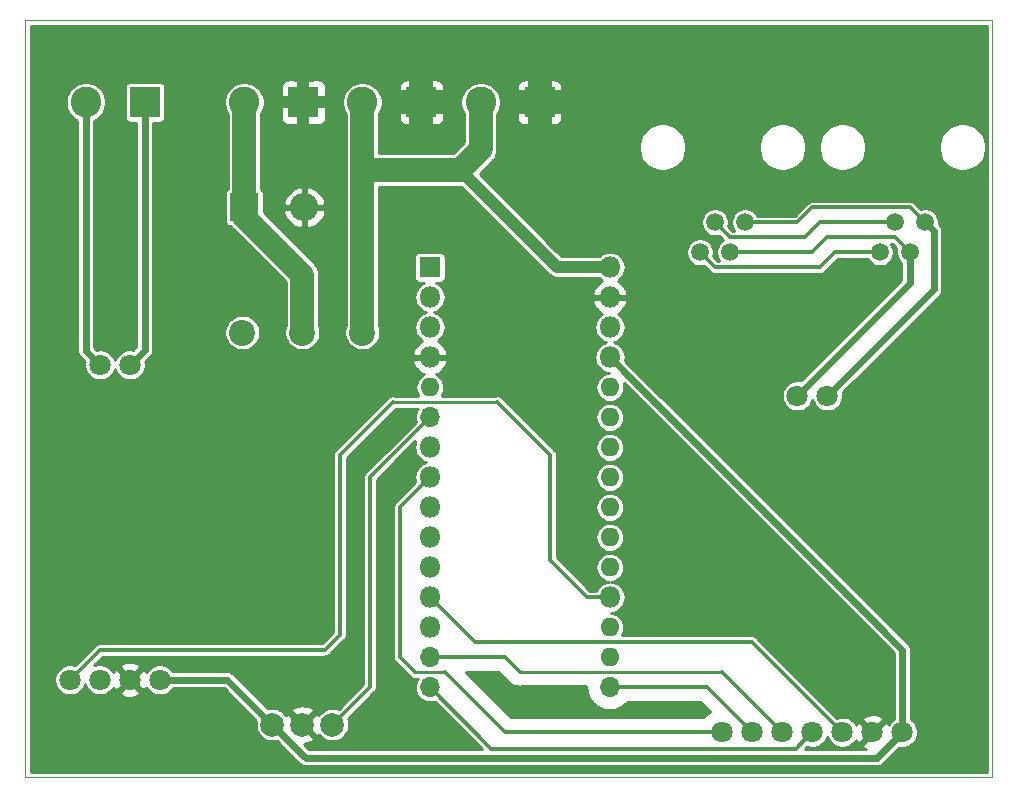
<source format=gbl>
G04 #@! TF.GenerationSoftware,KiCad,Pcbnew,5.1.0-060a0da~80~ubuntu18.04.1*
G04 #@! TF.CreationDate,2019-04-21T23:40:02+03:00*
G04 #@! TF.ProjectId,Borjomi,426f726a-6f6d-4692-9e6b-696361645f70,w01*
G04 #@! TF.SameCoordinates,Original*
G04 #@! TF.FileFunction,Copper,L2,Bot*
G04 #@! TF.FilePolarity,Positive*
%FSLAX46Y46*%
G04 Gerber Fmt 4.6, Leading zero omitted, Abs format (unit mm)*
G04 Created by KiCad (PCBNEW 5.1.0-060a0da~80~ubuntu18.04.1) date 2019-04-21 23:40:02*
%MOMM*%
%LPD*%
G04 APERTURE LIST*
%ADD10C,0.120000*%
%ADD11C,2.200000*%
%ADD12C,2.000000*%
%ADD13C,1.800000*%
%ADD14O,1.800000X1.800000*%
%ADD15O,1.700000X1.700000*%
%ADD16O,1.600000X1.600000*%
%ADD17R,1.800000X1.800000*%
%ADD18O,2.400000X2.400000*%
%ADD19R,2.400000X2.400000*%
%ADD20C,2.600000*%
%ADD21R,2.600000X2.600000*%
%ADD22C,1.520000*%
%ADD23C,0.300000*%
%ADD24C,0.260000*%
%ADD25C,0.600000*%
%ADD26C,2.000000*%
%ADD27C,1.000000*%
%ADD28C,0.240000*%
%ADD29C,0.245000*%
G04 APERTURE END LIST*
D10*
X48895000Y-99060000D02*
X48895000Y-34925000D01*
X130810000Y-99060000D02*
X48895000Y-99060000D01*
X130810000Y-34925000D02*
X130810000Y-99060000D01*
X48895000Y-34925000D02*
X130810000Y-34925000D01*
D11*
X77470000Y-61400000D03*
X67310000Y-61400000D03*
X72390000Y-61400000D03*
D12*
X69850000Y-94600000D03*
X72390000Y-94600000D03*
X74930000Y-94600000D03*
D13*
X57785000Y-64135000D03*
X55245000Y-64135000D03*
X60325000Y-90805000D03*
X57785000Y-90805000D03*
X55245000Y-90805000D03*
X52705000Y-90805000D03*
X116840000Y-66750000D03*
X123190000Y-95250000D03*
X120650000Y-95250000D03*
X118110000Y-95250000D03*
X115570000Y-95250000D03*
X113030000Y-95250000D03*
X110490000Y-95250000D03*
X107950000Y-95250000D03*
X114300000Y-66750000D03*
D14*
X83185000Y-63500000D03*
X83185000Y-63500000D03*
D15*
X98425000Y-91440000D03*
X83185000Y-91440000D03*
D14*
X98425000Y-55880000D03*
D15*
X83185000Y-88900000D03*
D14*
X98425000Y-58420000D03*
X83185000Y-86360000D03*
X98425000Y-60960000D03*
X83185000Y-83820000D03*
X98425000Y-63500000D03*
X83185000Y-81280000D03*
D16*
X98425000Y-66040000D03*
D14*
X83185000Y-78740000D03*
D16*
X98425000Y-68580000D03*
D14*
X83185000Y-76200000D03*
D16*
X98425000Y-71120000D03*
D14*
X83185000Y-73660000D03*
D16*
X98425000Y-73660000D03*
D14*
X83185000Y-71120000D03*
D16*
X98425000Y-76200000D03*
D15*
X83185000Y-68580000D03*
D16*
X98425000Y-78740000D03*
X83185000Y-66040000D03*
X98425000Y-81280000D03*
D14*
X83185000Y-63500000D03*
X98425000Y-83820000D03*
X83185000Y-60960000D03*
D16*
X98425000Y-86360000D03*
D14*
X83185000Y-58420000D03*
D16*
X98425000Y-88900000D03*
D17*
X83185000Y-55880000D03*
D18*
X72550000Y-50800000D03*
D19*
X67470000Y-50800000D03*
D20*
X54055000Y-41910000D03*
D21*
X59055000Y-41910000D03*
D20*
X67470000Y-41910000D03*
D21*
X72470000Y-41910000D03*
D20*
X77470000Y-41910000D03*
D21*
X82470000Y-41910000D03*
D20*
X87470000Y-41910000D03*
D21*
X92470000Y-41910000D03*
D22*
X109855000Y-52070000D03*
X108585000Y-54610000D03*
X107315000Y-52070000D03*
X106045000Y-54610000D03*
X125095000Y-52070000D03*
X123825000Y-54610000D03*
X122555000Y-52070000D03*
X121285000Y-54610000D03*
D23*
X52705000Y-90805000D02*
X55245000Y-88265000D01*
X93345000Y-80645000D02*
X96520000Y-83820000D01*
X74295000Y-88265000D02*
X75565000Y-86995000D01*
X75565000Y-86995000D02*
X75565000Y-71755000D01*
X75565000Y-71755000D02*
X80029999Y-67290001D01*
X93345000Y-71755000D02*
X93345000Y-80645000D01*
D24*
X80029999Y-67290001D02*
X88880001Y-67290001D01*
D23*
X88880001Y-67290001D02*
X93345000Y-71755000D01*
X96520000Y-83820000D02*
X98425000Y-83820000D01*
X55245000Y-88265000D02*
X74295000Y-88265000D01*
D25*
X67232999Y-89442999D02*
X72390000Y-94600000D01*
D26*
X82470000Y-41910000D02*
X84455000Y-41910000D01*
X82470000Y-41830000D02*
X82470000Y-39370000D01*
D27*
X82470000Y-40720000D02*
X82470000Y-40640000D01*
D26*
X82470000Y-41910000D02*
X82470000Y-43815000D01*
X82470000Y-41910000D02*
X80645000Y-41910000D01*
X92470000Y-39370000D02*
X92470000Y-41910000D01*
X92470000Y-41910000D02*
X92470000Y-44450000D01*
X92470000Y-41910000D02*
X95250000Y-41910000D01*
X92470000Y-41910000D02*
X90577856Y-41910000D01*
D27*
X72470000Y-41910000D02*
X72470000Y-39370000D01*
X72470000Y-41910000D02*
X72470000Y-44450000D01*
X72470000Y-41910000D02*
X74295000Y-41910000D01*
X72470000Y-41910000D02*
X70485000Y-41910000D01*
D23*
X83185000Y-68580000D02*
X80010000Y-71755000D01*
X78105000Y-73660000D02*
X78105000Y-91425000D01*
X74930000Y-94600000D02*
X78090000Y-91440000D01*
X78105000Y-73660000D02*
X80010000Y-71755000D01*
D25*
X123190000Y-88265000D02*
X98425000Y-63500000D01*
X123190000Y-95250000D02*
X123190000Y-88265000D01*
X69088001Y-93838001D02*
X69073001Y-93838001D01*
X69850000Y-94600000D02*
X69088001Y-93838001D01*
X69073001Y-93838001D02*
X66040000Y-90805000D01*
X66040000Y-90805000D02*
X60325000Y-90805000D01*
X123190000Y-95250000D02*
X121031000Y-97409000D01*
X72659000Y-97409000D02*
X69850000Y-94600000D01*
X121031000Y-97409000D02*
X72659000Y-97409000D01*
D23*
X86975001Y-87610001D02*
X110470001Y-87610001D01*
X83185000Y-83820000D02*
X86975001Y-87610001D01*
X110470001Y-87610001D02*
X118110000Y-95250000D01*
X112268001Y-94488001D02*
X113030000Y-95250000D01*
X107930001Y-90150001D02*
X112268001Y-94488001D01*
X83185000Y-88900000D02*
X89535000Y-88900000D01*
X89535000Y-88900000D02*
X90805000Y-90170000D01*
X107910002Y-90170000D02*
X107930001Y-90150001D01*
D24*
X90805000Y-90140000D02*
X107910002Y-90140000D01*
D26*
X85725000Y-47625000D02*
X80010000Y-47625000D01*
X87470000Y-45880000D02*
X85725000Y-47625000D01*
X80010000Y-47625000D02*
X77470000Y-47625000D01*
X77470000Y-47625000D02*
X77470000Y-61400000D01*
D27*
X93980000Y-55880000D02*
X85725000Y-47625000D01*
X98425000Y-55880000D02*
X93980000Y-55880000D01*
D26*
X77470000Y-41910000D02*
X77470000Y-47625000D01*
X87470000Y-45880000D02*
X87470000Y-41910000D01*
D23*
X83185000Y-91440000D02*
X88392000Y-96647000D01*
X114173000Y-96647000D02*
X115570000Y-95250000D01*
X88392000Y-96647000D02*
X114173000Y-96647000D01*
X106680000Y-91440000D02*
X98478740Y-91440000D01*
X109412370Y-94172370D02*
X106680000Y-91440000D01*
X109412370Y-94172370D02*
X110490000Y-95250000D01*
X117475000Y-54610000D02*
X121285000Y-54610000D01*
X116205000Y-55880000D02*
X117475000Y-54610000D01*
X106045000Y-54610000D02*
X107315000Y-55880000D01*
X107315000Y-55880000D02*
X116205000Y-55880000D01*
X107315000Y-52070000D02*
X108585000Y-53340000D01*
X108585000Y-53340000D02*
X114935000Y-53340000D01*
X114935000Y-53340000D02*
X116205000Y-52070000D01*
X116205000Y-52070000D02*
X122555000Y-52070000D01*
X123825000Y-54610000D02*
X122555000Y-53340000D01*
X122555000Y-53340000D02*
X116840000Y-53340000D01*
X115570000Y-54610000D02*
X108585000Y-54610000D01*
X116840000Y-53340000D02*
X115570000Y-54610000D01*
D25*
X123825000Y-57225000D02*
X114300000Y-66750000D01*
X123825000Y-54610000D02*
X123825000Y-57225000D01*
D23*
X114300000Y-52070000D02*
X109855000Y-52070000D01*
X115570000Y-50800000D02*
X114300000Y-52070000D01*
X125095000Y-52070000D02*
X123825000Y-50800000D01*
X123825000Y-50800000D02*
X115570000Y-50800000D01*
D25*
X125095000Y-52070000D02*
X125854999Y-52829999D01*
X125854999Y-57735001D02*
X116840000Y-66750000D01*
X125854999Y-52829999D02*
X125854999Y-57735001D01*
X54055000Y-62945000D02*
X55245000Y-64135000D01*
X54055000Y-43895000D02*
X54055000Y-41910000D01*
X54055000Y-43895000D02*
X54055000Y-62945000D01*
X57785000Y-64135000D02*
X59055000Y-62865000D01*
X59055000Y-43815000D02*
X59055000Y-41910000D01*
X59055000Y-43815000D02*
X59055000Y-43180000D01*
X59055000Y-62865000D02*
X59055000Y-43815000D01*
D23*
X84455000Y-90170000D02*
X89535000Y-95250000D01*
X80645000Y-88900000D02*
X81915000Y-90170000D01*
X92710000Y-95250000D02*
X107950000Y-95250000D01*
X83185000Y-73660000D02*
X80645000Y-76200000D01*
X80645000Y-76200000D02*
X80645000Y-88900000D01*
X92710000Y-95250000D02*
X89535000Y-95250000D01*
D28*
X81915000Y-90170000D02*
X84455000Y-90170000D01*
D26*
X72390000Y-56515000D02*
X72390000Y-61400000D01*
X67470000Y-51595000D02*
X72390000Y-56515000D01*
X67470000Y-44290000D02*
X67470000Y-41910000D01*
X67470000Y-44290000D02*
X67470000Y-51595000D01*
X67470000Y-43180000D02*
X67470000Y-44290000D01*
D23*
G36*
X85641522Y-95735000D02*
G01*
X85240000Y-95735000D01*
X85240000Y-95333477D01*
X85641522Y-95735000D01*
X85641522Y-95735000D01*
G37*
X85641522Y-95735000D02*
X85240000Y-95735000D01*
X85240000Y-95333477D01*
X85641522Y-95735000D01*
G36*
X89930919Y-91134397D02*
G01*
X90079264Y-91256140D01*
X90305104Y-91376855D01*
X90550155Y-91451189D01*
X90804999Y-91476290D01*
X91059843Y-91451189D01*
X91162662Y-91420000D01*
X96417293Y-91420000D01*
X96415323Y-91440000D01*
X96453938Y-91832069D01*
X96568301Y-92209070D01*
X96754015Y-92556517D01*
X97003944Y-92861056D01*
X97308483Y-93110985D01*
X97655930Y-93296699D01*
X98032931Y-93411062D01*
X98326747Y-93440000D01*
X98523253Y-93440000D01*
X98817069Y-93411062D01*
X99194070Y-93296699D01*
X99541517Y-93110985D01*
X99846056Y-92861056D01*
X99945404Y-92740000D01*
X106141523Y-92740000D01*
X106892565Y-93491042D01*
X106643201Y-93657661D01*
X106357661Y-93943201D01*
X106353118Y-93950000D01*
X90073478Y-93950000D01*
X86323477Y-90200000D01*
X88996523Y-90200000D01*
X89930919Y-91134397D01*
X89930919Y-91134397D01*
G37*
X89930919Y-91134397D02*
X90079264Y-91256140D01*
X90305104Y-91376855D01*
X90550155Y-91451189D01*
X90804999Y-91476290D01*
X91059843Y-91451189D01*
X91162662Y-91420000D01*
X96417293Y-91420000D01*
X96415323Y-91440000D01*
X96453938Y-91832069D01*
X96568301Y-92209070D01*
X96754015Y-92556517D01*
X97003944Y-92861056D01*
X97308483Y-93110985D01*
X97655930Y-93296699D01*
X98032931Y-93411062D01*
X98326747Y-93440000D01*
X98523253Y-93440000D01*
X98817069Y-93411062D01*
X99194070Y-93296699D01*
X99541517Y-93110985D01*
X99846056Y-92861056D01*
X99945404Y-92740000D01*
X106141523Y-92740000D01*
X106892565Y-93491042D01*
X106643201Y-93657661D01*
X106357661Y-93943201D01*
X106353118Y-93950000D01*
X90073478Y-93950000D01*
X86323477Y-90200000D01*
X88996523Y-90200000D01*
X89930919Y-91134397D01*
D29*
G36*
X130327501Y-98577500D02*
G01*
X49377500Y-98577500D01*
X49377500Y-90674745D01*
X51382500Y-90674745D01*
X51382500Y-90935255D01*
X51433323Y-91190759D01*
X51533016Y-91431439D01*
X51677747Y-91648045D01*
X51861955Y-91832253D01*
X52078561Y-91976984D01*
X52319241Y-92076677D01*
X52574745Y-92127500D01*
X52835255Y-92127500D01*
X53090759Y-92076677D01*
X53331439Y-91976984D01*
X53548045Y-91832253D01*
X53732253Y-91648045D01*
X53876984Y-91431439D01*
X53975000Y-91194808D01*
X54073016Y-91431439D01*
X54217747Y-91648045D01*
X54401955Y-91832253D01*
X54618561Y-91976984D01*
X54859241Y-92076677D01*
X55114745Y-92127500D01*
X55375255Y-92127500D01*
X55630759Y-92076677D01*
X55871439Y-91976984D01*
X56032224Y-91869551D01*
X56906418Y-91869551D01*
X56990738Y-92121928D01*
X57262920Y-92251577D01*
X57555165Y-92325635D01*
X57856242Y-92341255D01*
X58154582Y-92297837D01*
X58438719Y-92197050D01*
X58579262Y-92121928D01*
X58663582Y-91869551D01*
X57785000Y-90990969D01*
X56906418Y-91869551D01*
X56032224Y-91869551D01*
X56088045Y-91832253D01*
X56272253Y-91648045D01*
X56395530Y-91463547D01*
X56468072Y-91599262D01*
X56720449Y-91683582D01*
X57599031Y-90805000D01*
X56720449Y-89926418D01*
X56468072Y-90010738D01*
X56400140Y-90153352D01*
X56272253Y-89961955D01*
X56088045Y-89777747D01*
X56032225Y-89740449D01*
X56906418Y-89740449D01*
X57785000Y-90619031D01*
X58663582Y-89740449D01*
X58579262Y-89488072D01*
X58307080Y-89358423D01*
X58014835Y-89284365D01*
X57713758Y-89268745D01*
X57415418Y-89312163D01*
X57131281Y-89412950D01*
X56990738Y-89488072D01*
X56906418Y-89740449D01*
X56032225Y-89740449D01*
X55871439Y-89633016D01*
X55630759Y-89533323D01*
X55375255Y-89482500D01*
X55114745Y-89482500D01*
X54859241Y-89533323D01*
X54734746Y-89584891D01*
X55482137Y-88837500D01*
X74266884Y-88837500D01*
X74295000Y-88840269D01*
X74323116Y-88837500D01*
X74323123Y-88837500D01*
X74407230Y-88829216D01*
X74515146Y-88796480D01*
X74614603Y-88743320D01*
X74701777Y-88671777D01*
X74719710Y-88649927D01*
X75949933Y-87419704D01*
X75971777Y-87401777D01*
X76043320Y-87314603D01*
X76096480Y-87215146D01*
X76129216Y-87107230D01*
X76137500Y-87023123D01*
X76137500Y-87023117D01*
X76140269Y-86995001D01*
X76137500Y-86966885D01*
X76137500Y-71992136D01*
X80287136Y-67842501D01*
X82144089Y-67842501D01*
X82121836Y-67869616D01*
X82003675Y-68090679D01*
X81930912Y-68330546D01*
X81906343Y-68580000D01*
X81930912Y-68829454D01*
X81976297Y-68979067D01*
X79625073Y-71330291D01*
X79625067Y-71330296D01*
X77720074Y-73235290D01*
X77698223Y-73253223D01*
X77626680Y-73340398D01*
X77573520Y-73439855D01*
X77540784Y-73547771D01*
X77532500Y-73631878D01*
X77532500Y-73631884D01*
X77529731Y-73660000D01*
X77532500Y-73688116D01*
X77532501Y-91187862D01*
X75446235Y-93274129D01*
X75344928Y-93232166D01*
X75070104Y-93177500D01*
X74789896Y-93177500D01*
X74515072Y-93232166D01*
X74256194Y-93339397D01*
X74023209Y-93495072D01*
X73825072Y-93693209D01*
X73788938Y-93747288D01*
X73788502Y-93746472D01*
X73525906Y-93650064D01*
X72575969Y-94600000D01*
X73525906Y-95549936D01*
X73788502Y-95453528D01*
X73788913Y-95452676D01*
X73825072Y-95506791D01*
X74023209Y-95704928D01*
X74256194Y-95860603D01*
X74515072Y-95967834D01*
X74789896Y-96022500D01*
X75070104Y-96022500D01*
X75344928Y-95967834D01*
X75603806Y-95860603D01*
X75836791Y-95704928D01*
X76034928Y-95506791D01*
X76190603Y-95273806D01*
X76297834Y-95014928D01*
X76352500Y-94740104D01*
X76352500Y-94459896D01*
X76297834Y-94185072D01*
X76255871Y-94083765D01*
X78489932Y-91849705D01*
X78511777Y-91831777D01*
X78583320Y-91744603D01*
X78636480Y-91645146D01*
X78669216Y-91537230D01*
X78677500Y-91453123D01*
X78677500Y-73897136D01*
X80434704Y-72139933D01*
X80434709Y-72139927D01*
X81954676Y-70619961D01*
X81881635Y-70860745D01*
X81856101Y-71120000D01*
X81881635Y-71379255D01*
X81957257Y-71628548D01*
X82080061Y-71858297D01*
X82245327Y-72059673D01*
X82446703Y-72224939D01*
X82676452Y-72347743D01*
X82815755Y-72390000D01*
X82676452Y-72432257D01*
X82446703Y-72555061D01*
X82245327Y-72720327D01*
X82080061Y-72921703D01*
X81957257Y-73151452D01*
X81881635Y-73400745D01*
X81856101Y-73660000D01*
X81881635Y-73919255D01*
X81936207Y-74099156D01*
X80260074Y-75775290D01*
X80238223Y-75793223D01*
X80166680Y-75880398D01*
X80113520Y-75979855D01*
X80080784Y-76087771D01*
X80072500Y-76171878D01*
X80072500Y-76171884D01*
X80069731Y-76200000D01*
X80072500Y-76228116D01*
X80072501Y-88871874D01*
X80069731Y-88900000D01*
X80080784Y-89012229D01*
X80113521Y-89120146D01*
X80166681Y-89219603D01*
X80238224Y-89306777D01*
X80260069Y-89324705D01*
X81530067Y-90594704D01*
X81595397Y-90648319D01*
X81694853Y-90701479D01*
X81802769Y-90734216D01*
X81914999Y-90745269D01*
X82027229Y-90734216D01*
X82098815Y-90712500D01*
X82135883Y-90712500D01*
X82121836Y-90729616D01*
X82003675Y-90950679D01*
X81930912Y-91190546D01*
X81906343Y-91440000D01*
X81930912Y-91689454D01*
X82003675Y-91929321D01*
X82121836Y-92150384D01*
X82280853Y-92344147D01*
X82474616Y-92503164D01*
X82695679Y-92621325D01*
X82935546Y-92694088D01*
X83122487Y-92712500D01*
X83247513Y-92712500D01*
X83434454Y-92694088D01*
X83584067Y-92648703D01*
X87621863Y-96686500D01*
X72958269Y-96686500D01*
X72502446Y-96230677D01*
X72775355Y-96192426D01*
X73078617Y-96086648D01*
X73243528Y-95998502D01*
X73339936Y-95735906D01*
X72390000Y-94785969D01*
X72375858Y-94800112D01*
X72189888Y-94614142D01*
X72204031Y-94600000D01*
X71254094Y-93650064D01*
X70991498Y-93746472D01*
X70991087Y-93747324D01*
X70954928Y-93693209D01*
X70756791Y-93495072D01*
X70710429Y-93464094D01*
X71440064Y-93464094D01*
X72390000Y-94414031D01*
X73339936Y-93464094D01*
X73243528Y-93201498D01*
X72954294Y-93061855D01*
X72643374Y-92981322D01*
X72322717Y-92962993D01*
X72004645Y-93007574D01*
X71701383Y-93113352D01*
X71536472Y-93201498D01*
X71440064Y-93464094D01*
X70710429Y-93464094D01*
X70523806Y-93339397D01*
X70264928Y-93232166D01*
X69990104Y-93177500D01*
X69709896Y-93177500D01*
X69479999Y-93223229D01*
X66575983Y-90319214D01*
X66553356Y-90291644D01*
X66443341Y-90201357D01*
X66317826Y-90134268D01*
X66181635Y-90092955D01*
X66075485Y-90082500D01*
X66040000Y-90079005D01*
X66004515Y-90082500D01*
X61432798Y-90082500D01*
X61352253Y-89961955D01*
X61168045Y-89777747D01*
X60951439Y-89633016D01*
X60710759Y-89533323D01*
X60455255Y-89482500D01*
X60194745Y-89482500D01*
X59939241Y-89533323D01*
X59698561Y-89633016D01*
X59481955Y-89777747D01*
X59297747Y-89961955D01*
X59174470Y-90146453D01*
X59101928Y-90010738D01*
X58849551Y-89926418D01*
X57970969Y-90805000D01*
X58849551Y-91683582D01*
X59101928Y-91599262D01*
X59169860Y-91456648D01*
X59297747Y-91648045D01*
X59481955Y-91832253D01*
X59698561Y-91976984D01*
X59939241Y-92076677D01*
X60194745Y-92127500D01*
X60455255Y-92127500D01*
X60710759Y-92076677D01*
X60951439Y-91976984D01*
X61168045Y-91832253D01*
X61352253Y-91648045D01*
X61432798Y-91527500D01*
X65740732Y-91527500D01*
X68468252Y-94255022D01*
X68427500Y-94459896D01*
X68427500Y-94740104D01*
X68482166Y-95014928D01*
X68589397Y-95273806D01*
X68745072Y-95506791D01*
X68943209Y-95704928D01*
X69176194Y-95860603D01*
X69435072Y-95967834D01*
X69709896Y-96022500D01*
X69990104Y-96022500D01*
X70207491Y-95979259D01*
X72123022Y-97894791D01*
X72145644Y-97922356D01*
X72255659Y-98012643D01*
X72381174Y-98079732D01*
X72517365Y-98121045D01*
X72659000Y-98134995D01*
X72694485Y-98131500D01*
X120995515Y-98131500D01*
X121031000Y-98134995D01*
X121066485Y-98131500D01*
X121172635Y-98121045D01*
X121308826Y-98079732D01*
X121434341Y-98012643D01*
X121544356Y-97922356D01*
X121566982Y-97894786D01*
X122917553Y-96544216D01*
X123059745Y-96572500D01*
X123320255Y-96572500D01*
X123575759Y-96521677D01*
X123816439Y-96421984D01*
X124033045Y-96277253D01*
X124217253Y-96093045D01*
X124361984Y-95876439D01*
X124461677Y-95635759D01*
X124512500Y-95380255D01*
X124512500Y-95119745D01*
X124461677Y-94864241D01*
X124361984Y-94623561D01*
X124217253Y-94406955D01*
X124033045Y-94222747D01*
X123912500Y-94142202D01*
X123912500Y-88300485D01*
X123915995Y-88265000D01*
X123902045Y-88123365D01*
X123860732Y-87987174D01*
X123793643Y-87861659D01*
X123703356Y-87751644D01*
X123675791Y-87729022D01*
X99723165Y-63776397D01*
X99728365Y-63759255D01*
X99753899Y-63500000D01*
X99728365Y-63240745D01*
X99652743Y-62991452D01*
X99529939Y-62761703D01*
X99364673Y-62560327D01*
X99163297Y-62395061D01*
X98933548Y-62272257D01*
X98794245Y-62230000D01*
X98933548Y-62187743D01*
X99163297Y-62064939D01*
X99364673Y-61899673D01*
X99529939Y-61698297D01*
X99652743Y-61468548D01*
X99728365Y-61219255D01*
X99753899Y-60960000D01*
X99728365Y-60700745D01*
X99652743Y-60451452D01*
X99529939Y-60221703D01*
X99364673Y-60020327D01*
X99163297Y-59855061D01*
X99072330Y-59806438D01*
X99076147Y-59805082D01*
X99333851Y-59651436D01*
X99556629Y-59450466D01*
X99735919Y-59209896D01*
X99864831Y-58938971D01*
X99910496Y-58788419D01*
X99791563Y-58551500D01*
X98556500Y-58551500D01*
X98556500Y-58571500D01*
X98293500Y-58571500D01*
X98293500Y-58551500D01*
X97058437Y-58551500D01*
X96939504Y-58788419D01*
X96985169Y-58938971D01*
X97114081Y-59209896D01*
X97293371Y-59450466D01*
X97516149Y-59651436D01*
X97773853Y-59805082D01*
X97777670Y-59806438D01*
X97686703Y-59855061D01*
X97485327Y-60020327D01*
X97320061Y-60221703D01*
X97197257Y-60451452D01*
X97121635Y-60700745D01*
X97096101Y-60960000D01*
X97121635Y-61219255D01*
X97197257Y-61468548D01*
X97320061Y-61698297D01*
X97485327Y-61899673D01*
X97686703Y-62064939D01*
X97916452Y-62187743D01*
X98055755Y-62230000D01*
X97916452Y-62272257D01*
X97686703Y-62395061D01*
X97485327Y-62560327D01*
X97320061Y-62761703D01*
X97197257Y-62991452D01*
X97121635Y-63240745D01*
X97096101Y-63500000D01*
X97121635Y-63759255D01*
X97197257Y-64008548D01*
X97320061Y-64238297D01*
X97485327Y-64439673D01*
X97686703Y-64604939D01*
X97916452Y-64727743D01*
X98165745Y-64803365D01*
X98337104Y-64820242D01*
X98185348Y-64835189D01*
X97954906Y-64905093D01*
X97742529Y-65018610D01*
X97556379Y-65171379D01*
X97403610Y-65357529D01*
X97290093Y-65569906D01*
X97220189Y-65800348D01*
X97196585Y-66040000D01*
X97220189Y-66279652D01*
X97290093Y-66510094D01*
X97403610Y-66722471D01*
X97556379Y-66908621D01*
X97742529Y-67061390D01*
X97954906Y-67174907D01*
X98185348Y-67244811D01*
X98364945Y-67262500D01*
X98485055Y-67262500D01*
X98664652Y-67244811D01*
X98895094Y-67174907D01*
X99107471Y-67061390D01*
X99293621Y-66908621D01*
X99446390Y-66722471D01*
X99559907Y-66510094D01*
X99629811Y-66279652D01*
X99653415Y-66040000D01*
X99629811Y-65800348D01*
X99597689Y-65694457D01*
X122467501Y-88564270D01*
X122467500Y-94142202D01*
X122346955Y-94222747D01*
X122162747Y-94406955D01*
X122039470Y-94591453D01*
X121966928Y-94455738D01*
X121714551Y-94371418D01*
X120835969Y-95250000D01*
X120850112Y-95264143D01*
X120664143Y-95450112D01*
X120650000Y-95435969D01*
X119771418Y-96314551D01*
X119855738Y-96566928D01*
X120106765Y-96686500D01*
X114943136Y-96686500D01*
X115130302Y-96499335D01*
X115184241Y-96521677D01*
X115439745Y-96572500D01*
X115700255Y-96572500D01*
X115955759Y-96521677D01*
X116196439Y-96421984D01*
X116413045Y-96277253D01*
X116597253Y-96093045D01*
X116741984Y-95876439D01*
X116840000Y-95639808D01*
X116938016Y-95876439D01*
X117082747Y-96093045D01*
X117266955Y-96277253D01*
X117483561Y-96421984D01*
X117724241Y-96521677D01*
X117979745Y-96572500D01*
X118240255Y-96572500D01*
X118495759Y-96521677D01*
X118736439Y-96421984D01*
X118953045Y-96277253D01*
X119137253Y-96093045D01*
X119260530Y-95908547D01*
X119333072Y-96044262D01*
X119585449Y-96128582D01*
X120464031Y-95250000D01*
X119585449Y-94371418D01*
X119333072Y-94455738D01*
X119265140Y-94598352D01*
X119137253Y-94406955D01*
X118953045Y-94222747D01*
X118897225Y-94185449D01*
X119771418Y-94185449D01*
X120650000Y-95064031D01*
X121528582Y-94185449D01*
X121444262Y-93933072D01*
X121172080Y-93803423D01*
X120879835Y-93729365D01*
X120578758Y-93713745D01*
X120280418Y-93757163D01*
X119996281Y-93857950D01*
X119855738Y-93933072D01*
X119771418Y-94185449D01*
X118897225Y-94185449D01*
X118736439Y-94078016D01*
X118495759Y-93978323D01*
X118240255Y-93927500D01*
X117979745Y-93927500D01*
X117724241Y-93978323D01*
X117670302Y-94000665D01*
X110894711Y-87225075D01*
X110876778Y-87203224D01*
X110789604Y-87131681D01*
X110690147Y-87078521D01*
X110582231Y-87045785D01*
X110498124Y-87037501D01*
X110498117Y-87037501D01*
X110470001Y-87034732D01*
X110441885Y-87037501D01*
X99449046Y-87037501D01*
X99559907Y-86830094D01*
X99629811Y-86599652D01*
X99653415Y-86360000D01*
X99629811Y-86120348D01*
X99559907Y-85889906D01*
X99446390Y-85677529D01*
X99293621Y-85491379D01*
X99107471Y-85338610D01*
X98895094Y-85225093D01*
X98664652Y-85155189D01*
X98512896Y-85140242D01*
X98684255Y-85123365D01*
X98933548Y-85047743D01*
X99163297Y-84924939D01*
X99364673Y-84759673D01*
X99529939Y-84558297D01*
X99652743Y-84328548D01*
X99728365Y-84079255D01*
X99753899Y-83820000D01*
X99728365Y-83560745D01*
X99652743Y-83311452D01*
X99529939Y-83081703D01*
X99364673Y-82880327D01*
X99163297Y-82715061D01*
X98933548Y-82592257D01*
X98684255Y-82516635D01*
X98512896Y-82499758D01*
X98664652Y-82484811D01*
X98895094Y-82414907D01*
X99107471Y-82301390D01*
X99293621Y-82148621D01*
X99446390Y-81962471D01*
X99559907Y-81750094D01*
X99629811Y-81519652D01*
X99653415Y-81280000D01*
X99629811Y-81040348D01*
X99559907Y-80809906D01*
X99446390Y-80597529D01*
X99293621Y-80411379D01*
X99107471Y-80258610D01*
X98895094Y-80145093D01*
X98664652Y-80075189D01*
X98485055Y-80057500D01*
X98364945Y-80057500D01*
X98185348Y-80075189D01*
X97954906Y-80145093D01*
X97742529Y-80258610D01*
X97556379Y-80411379D01*
X97403610Y-80597529D01*
X97290093Y-80809906D01*
X97220189Y-81040348D01*
X97196585Y-81280000D01*
X97220189Y-81519652D01*
X97290093Y-81750094D01*
X97403610Y-81962471D01*
X97556379Y-82148621D01*
X97742529Y-82301390D01*
X97954906Y-82414907D01*
X98185348Y-82484811D01*
X98337104Y-82499758D01*
X98165745Y-82516635D01*
X97916452Y-82592257D01*
X97686703Y-82715061D01*
X97485327Y-82880327D01*
X97320061Y-83081703D01*
X97231440Y-83247500D01*
X96757137Y-83247500D01*
X93917500Y-80407864D01*
X93917500Y-78740000D01*
X97196585Y-78740000D01*
X97220189Y-78979652D01*
X97290093Y-79210094D01*
X97403610Y-79422471D01*
X97556379Y-79608621D01*
X97742529Y-79761390D01*
X97954906Y-79874907D01*
X98185348Y-79944811D01*
X98364945Y-79962500D01*
X98485055Y-79962500D01*
X98664652Y-79944811D01*
X98895094Y-79874907D01*
X99107471Y-79761390D01*
X99293621Y-79608621D01*
X99446390Y-79422471D01*
X99559907Y-79210094D01*
X99629811Y-78979652D01*
X99653415Y-78740000D01*
X99629811Y-78500348D01*
X99559907Y-78269906D01*
X99446390Y-78057529D01*
X99293621Y-77871379D01*
X99107471Y-77718610D01*
X98895094Y-77605093D01*
X98664652Y-77535189D01*
X98485055Y-77517500D01*
X98364945Y-77517500D01*
X98185348Y-77535189D01*
X97954906Y-77605093D01*
X97742529Y-77718610D01*
X97556379Y-77871379D01*
X97403610Y-78057529D01*
X97290093Y-78269906D01*
X97220189Y-78500348D01*
X97196585Y-78740000D01*
X93917500Y-78740000D01*
X93917500Y-76200000D01*
X97196585Y-76200000D01*
X97220189Y-76439652D01*
X97290093Y-76670094D01*
X97403610Y-76882471D01*
X97556379Y-77068621D01*
X97742529Y-77221390D01*
X97954906Y-77334907D01*
X98185348Y-77404811D01*
X98364945Y-77422500D01*
X98485055Y-77422500D01*
X98664652Y-77404811D01*
X98895094Y-77334907D01*
X99107471Y-77221390D01*
X99293621Y-77068621D01*
X99446390Y-76882471D01*
X99559907Y-76670094D01*
X99629811Y-76439652D01*
X99653415Y-76200000D01*
X99629811Y-75960348D01*
X99559907Y-75729906D01*
X99446390Y-75517529D01*
X99293621Y-75331379D01*
X99107471Y-75178610D01*
X98895094Y-75065093D01*
X98664652Y-74995189D01*
X98485055Y-74977500D01*
X98364945Y-74977500D01*
X98185348Y-74995189D01*
X97954906Y-75065093D01*
X97742529Y-75178610D01*
X97556379Y-75331379D01*
X97403610Y-75517529D01*
X97290093Y-75729906D01*
X97220189Y-75960348D01*
X97196585Y-76200000D01*
X93917500Y-76200000D01*
X93917500Y-73660000D01*
X97196585Y-73660000D01*
X97220189Y-73899652D01*
X97290093Y-74130094D01*
X97403610Y-74342471D01*
X97556379Y-74528621D01*
X97742529Y-74681390D01*
X97954906Y-74794907D01*
X98185348Y-74864811D01*
X98364945Y-74882500D01*
X98485055Y-74882500D01*
X98664652Y-74864811D01*
X98895094Y-74794907D01*
X99107471Y-74681390D01*
X99293621Y-74528621D01*
X99446390Y-74342471D01*
X99559907Y-74130094D01*
X99629811Y-73899652D01*
X99653415Y-73660000D01*
X99629811Y-73420348D01*
X99559907Y-73189906D01*
X99446390Y-72977529D01*
X99293621Y-72791379D01*
X99107471Y-72638610D01*
X98895094Y-72525093D01*
X98664652Y-72455189D01*
X98485055Y-72437500D01*
X98364945Y-72437500D01*
X98185348Y-72455189D01*
X97954906Y-72525093D01*
X97742529Y-72638610D01*
X97556379Y-72791379D01*
X97403610Y-72977529D01*
X97290093Y-73189906D01*
X97220189Y-73420348D01*
X97196585Y-73660000D01*
X93917500Y-73660000D01*
X93917500Y-71783115D01*
X93920269Y-71754999D01*
X93917500Y-71726883D01*
X93917500Y-71726877D01*
X93909216Y-71642770D01*
X93876480Y-71534854D01*
X93823320Y-71435397D01*
X93751777Y-71348223D01*
X93729933Y-71330296D01*
X93519637Y-71120000D01*
X97196585Y-71120000D01*
X97220189Y-71359652D01*
X97290093Y-71590094D01*
X97403610Y-71802471D01*
X97556379Y-71988621D01*
X97742529Y-72141390D01*
X97954906Y-72254907D01*
X98185348Y-72324811D01*
X98364945Y-72342500D01*
X98485055Y-72342500D01*
X98664652Y-72324811D01*
X98895094Y-72254907D01*
X99107471Y-72141390D01*
X99293621Y-71988621D01*
X99446390Y-71802471D01*
X99559907Y-71590094D01*
X99629811Y-71359652D01*
X99653415Y-71120000D01*
X99629811Y-70880348D01*
X99559907Y-70649906D01*
X99446390Y-70437529D01*
X99293621Y-70251379D01*
X99107471Y-70098610D01*
X98895094Y-69985093D01*
X98664652Y-69915189D01*
X98485055Y-69897500D01*
X98364945Y-69897500D01*
X98185348Y-69915189D01*
X97954906Y-69985093D01*
X97742529Y-70098610D01*
X97556379Y-70251379D01*
X97403610Y-70437529D01*
X97290093Y-70649906D01*
X97220189Y-70880348D01*
X97196585Y-71120000D01*
X93519637Y-71120000D01*
X90979637Y-68580000D01*
X97196585Y-68580000D01*
X97220189Y-68819652D01*
X97290093Y-69050094D01*
X97403610Y-69262471D01*
X97556379Y-69448621D01*
X97742529Y-69601390D01*
X97954906Y-69714907D01*
X98185348Y-69784811D01*
X98364945Y-69802500D01*
X98485055Y-69802500D01*
X98664652Y-69784811D01*
X98895094Y-69714907D01*
X99107471Y-69601390D01*
X99293621Y-69448621D01*
X99446390Y-69262471D01*
X99559907Y-69050094D01*
X99629811Y-68819652D01*
X99653415Y-68580000D01*
X99629811Y-68340348D01*
X99559907Y-68109906D01*
X99446390Y-67897529D01*
X99293621Y-67711379D01*
X99107471Y-67558610D01*
X98895094Y-67445093D01*
X98664652Y-67375189D01*
X98485055Y-67357500D01*
X98364945Y-67357500D01*
X98185348Y-67375189D01*
X97954906Y-67445093D01*
X97742529Y-67558610D01*
X97556379Y-67711379D01*
X97403610Y-67897529D01*
X97290093Y-68109906D01*
X97220189Y-68340348D01*
X97196585Y-68580000D01*
X90979637Y-68580000D01*
X89264933Y-66865297D01*
X89199603Y-66811682D01*
X89100147Y-66758522D01*
X88992230Y-66725785D01*
X88880001Y-66714732D01*
X88767772Y-66725785D01*
X88729150Y-66737501D01*
X84194055Y-66737501D01*
X84206390Y-66722471D01*
X84319907Y-66510094D01*
X84389811Y-66279652D01*
X84413415Y-66040000D01*
X84389811Y-65800348D01*
X84319907Y-65569906D01*
X84206390Y-65357529D01*
X84053621Y-65171379D01*
X83867471Y-65018610D01*
X83704881Y-64931704D01*
X83836147Y-64885082D01*
X84093851Y-64731436D01*
X84316629Y-64530466D01*
X84495919Y-64289896D01*
X84624831Y-64018971D01*
X84670496Y-63868419D01*
X84551563Y-63631500D01*
X83316500Y-63631500D01*
X83316500Y-63651500D01*
X83053500Y-63651500D01*
X83053500Y-63631500D01*
X81818437Y-63631500D01*
X81699504Y-63868419D01*
X81745169Y-64018971D01*
X81874081Y-64289896D01*
X82053371Y-64530466D01*
X82276149Y-64731436D01*
X82533853Y-64885082D01*
X82665119Y-64931704D01*
X82502529Y-65018610D01*
X82316379Y-65171379D01*
X82163610Y-65357529D01*
X82050093Y-65569906D01*
X81980189Y-65800348D01*
X81956585Y-66040000D01*
X81980189Y-66279652D01*
X82050093Y-66510094D01*
X82163610Y-66722471D01*
X82175945Y-66737501D01*
X80180850Y-66737501D01*
X80142228Y-66725785D01*
X80029998Y-66714732D01*
X79917769Y-66725785D01*
X79809852Y-66758522D01*
X79710396Y-66811682D01*
X79645066Y-66865297D01*
X75180069Y-71330295D01*
X75158224Y-71348223D01*
X75086681Y-71435397D01*
X75033522Y-71534853D01*
X75033521Y-71534854D01*
X75000784Y-71642771D01*
X74989731Y-71755000D01*
X74992501Y-71783126D01*
X74992500Y-86757863D01*
X74057864Y-87692500D01*
X55273115Y-87692500D01*
X55244999Y-87689731D01*
X55216883Y-87692500D01*
X55216877Y-87692500D01*
X55144590Y-87699620D01*
X55132769Y-87700784D01*
X55100033Y-87710715D01*
X55024854Y-87733520D01*
X54925397Y-87786680D01*
X54838223Y-87858223D01*
X54820295Y-87880068D01*
X53144698Y-89555665D01*
X53090759Y-89533323D01*
X52835255Y-89482500D01*
X52574745Y-89482500D01*
X52319241Y-89533323D01*
X52078561Y-89633016D01*
X51861955Y-89777747D01*
X51677747Y-89961955D01*
X51533016Y-90178561D01*
X51433323Y-90419241D01*
X51382500Y-90674745D01*
X49377500Y-90674745D01*
X49377500Y-41740349D01*
X52332500Y-41740349D01*
X52332500Y-42079651D01*
X52398695Y-42412435D01*
X52528541Y-42725909D01*
X52717047Y-43008029D01*
X52956971Y-43247953D01*
X53239091Y-43436459D01*
X53332500Y-43475151D01*
X53332500Y-43859516D01*
X53332501Y-62909505D01*
X53329005Y-62945000D01*
X53342955Y-63086634D01*
X53384071Y-63222174D01*
X53384269Y-63222826D01*
X53451358Y-63348341D01*
X53541645Y-63458356D01*
X53569210Y-63480978D01*
X53950784Y-63862553D01*
X53922500Y-64004745D01*
X53922500Y-64265255D01*
X53973323Y-64520759D01*
X54073016Y-64761439D01*
X54217747Y-64978045D01*
X54401955Y-65162253D01*
X54618561Y-65306984D01*
X54859241Y-65406677D01*
X55114745Y-65457500D01*
X55375255Y-65457500D01*
X55630759Y-65406677D01*
X55871439Y-65306984D01*
X56088045Y-65162253D01*
X56272253Y-64978045D01*
X56416984Y-64761439D01*
X56515000Y-64524808D01*
X56613016Y-64761439D01*
X56757747Y-64978045D01*
X56941955Y-65162253D01*
X57158561Y-65306984D01*
X57399241Y-65406677D01*
X57654745Y-65457500D01*
X57915255Y-65457500D01*
X58170759Y-65406677D01*
X58411439Y-65306984D01*
X58628045Y-65162253D01*
X58812253Y-64978045D01*
X58956984Y-64761439D01*
X59056677Y-64520759D01*
X59107500Y-64265255D01*
X59107500Y-64004745D01*
X59079216Y-63862553D01*
X59540801Y-63400969D01*
X59568355Y-63378356D01*
X59590969Y-63350801D01*
X59590976Y-63350794D01*
X59639263Y-63291955D01*
X59658643Y-63268341D01*
X59725732Y-63142826D01*
X59729143Y-63131581D01*
X81699504Y-63131581D01*
X81818437Y-63368500D01*
X83053500Y-63368500D01*
X83053500Y-63348500D01*
X83316500Y-63348500D01*
X83316500Y-63368500D01*
X84551563Y-63368500D01*
X84670496Y-63131581D01*
X84624831Y-62981029D01*
X84495919Y-62710104D01*
X84316629Y-62469534D01*
X84093851Y-62268564D01*
X83836147Y-62114918D01*
X83832330Y-62113562D01*
X83923297Y-62064939D01*
X84124673Y-61899673D01*
X84289939Y-61698297D01*
X84412743Y-61468548D01*
X84488365Y-61219255D01*
X84513899Y-60960000D01*
X84488365Y-60700745D01*
X84412743Y-60451452D01*
X84289939Y-60221703D01*
X84124673Y-60020327D01*
X83923297Y-59855061D01*
X83693548Y-59732257D01*
X83554245Y-59690000D01*
X83693548Y-59647743D01*
X83923297Y-59524939D01*
X84124673Y-59359673D01*
X84289939Y-59158297D01*
X84412743Y-58928548D01*
X84488365Y-58679255D01*
X84513899Y-58420000D01*
X84488365Y-58160745D01*
X84412743Y-57911452D01*
X84289939Y-57681703D01*
X84124673Y-57480327D01*
X83923297Y-57315061D01*
X83716535Y-57204544D01*
X84085000Y-57204544D01*
X84167824Y-57196387D01*
X84247466Y-57172228D01*
X84320864Y-57132995D01*
X84385198Y-57080198D01*
X84437995Y-57015864D01*
X84477228Y-56942466D01*
X84501387Y-56862824D01*
X84509544Y-56780000D01*
X84509544Y-54980000D01*
X84501387Y-54897176D01*
X84477228Y-54817534D01*
X84437995Y-54744136D01*
X84385198Y-54679802D01*
X84320864Y-54627005D01*
X84247466Y-54587772D01*
X84167824Y-54563613D01*
X84085000Y-54555456D01*
X82285000Y-54555456D01*
X82202176Y-54563613D01*
X82122534Y-54587772D01*
X82049136Y-54627005D01*
X81984802Y-54679802D01*
X81932005Y-54744136D01*
X81892772Y-54817534D01*
X81868613Y-54897176D01*
X81860456Y-54980000D01*
X81860456Y-56780000D01*
X81868613Y-56862824D01*
X81892772Y-56942466D01*
X81932005Y-57015864D01*
X81984802Y-57080198D01*
X82049136Y-57132995D01*
X82122534Y-57172228D01*
X82202176Y-57196387D01*
X82285000Y-57204544D01*
X82653465Y-57204544D01*
X82446703Y-57315061D01*
X82245327Y-57480327D01*
X82080061Y-57681703D01*
X81957257Y-57911452D01*
X81881635Y-58160745D01*
X81856101Y-58420000D01*
X81881635Y-58679255D01*
X81957257Y-58928548D01*
X82080061Y-59158297D01*
X82245327Y-59359673D01*
X82446703Y-59524939D01*
X82676452Y-59647743D01*
X82815755Y-59690000D01*
X82676452Y-59732257D01*
X82446703Y-59855061D01*
X82245327Y-60020327D01*
X82080061Y-60221703D01*
X81957257Y-60451452D01*
X81881635Y-60700745D01*
X81856101Y-60960000D01*
X81881635Y-61219255D01*
X81957257Y-61468548D01*
X82080061Y-61698297D01*
X82245327Y-61899673D01*
X82446703Y-62064939D01*
X82537670Y-62113562D01*
X82533853Y-62114918D01*
X82276149Y-62268564D01*
X82053371Y-62469534D01*
X81874081Y-62710104D01*
X81745169Y-62981029D01*
X81699504Y-63131581D01*
X59729143Y-63131581D01*
X59767045Y-63006635D01*
X59777500Y-62900485D01*
X59777500Y-62900478D01*
X59780994Y-62865001D01*
X59777500Y-62829524D01*
X59777500Y-61250047D01*
X65787500Y-61250047D01*
X65787500Y-61549953D01*
X65846009Y-61844097D01*
X65960778Y-62121174D01*
X66127397Y-62370537D01*
X66339463Y-62582603D01*
X66588826Y-62749222D01*
X66865903Y-62863991D01*
X67160047Y-62922500D01*
X67459953Y-62922500D01*
X67754097Y-62863991D01*
X68031174Y-62749222D01*
X68280537Y-62582603D01*
X68492603Y-62370537D01*
X68659222Y-62121174D01*
X68773991Y-61844097D01*
X68832500Y-61549953D01*
X68832500Y-61250047D01*
X68773991Y-60955903D01*
X68659222Y-60678826D01*
X68492603Y-60429463D01*
X68280537Y-60217397D01*
X68031174Y-60050778D01*
X67754097Y-59936009D01*
X67459953Y-59877500D01*
X67160047Y-59877500D01*
X66865903Y-59936009D01*
X66588826Y-60050778D01*
X66339463Y-60217397D01*
X66127397Y-60429463D01*
X65960778Y-60678826D01*
X65846009Y-60955903D01*
X65787500Y-61250047D01*
X59777500Y-61250047D01*
X59777500Y-43634544D01*
X60355000Y-43634544D01*
X60437824Y-43626387D01*
X60517466Y-43602228D01*
X60590864Y-43562995D01*
X60655198Y-43510198D01*
X60707995Y-43445864D01*
X60747228Y-43372466D01*
X60771387Y-43292824D01*
X60779544Y-43210000D01*
X60779544Y-41740349D01*
X65747500Y-41740349D01*
X65747500Y-42079651D01*
X65813695Y-42412435D01*
X65943541Y-42725909D01*
X66047501Y-42881496D01*
X66047500Y-43110121D01*
X66047500Y-44220126D01*
X66047501Y-49239861D01*
X66034136Y-49247005D01*
X65969802Y-49299802D01*
X65917005Y-49364136D01*
X65877772Y-49437534D01*
X65853613Y-49517176D01*
X65845456Y-49600000D01*
X65845456Y-52000000D01*
X65853613Y-52082824D01*
X65877772Y-52162466D01*
X65917005Y-52235864D01*
X65969802Y-52300198D01*
X66034136Y-52352995D01*
X66107534Y-52392228D01*
X66187176Y-52416387D01*
X66270000Y-52424544D01*
X66310583Y-52424544D01*
X66459275Y-52605726D01*
X66513551Y-52650269D01*
X70967500Y-57104219D01*
X70967501Y-60855733D01*
X70926009Y-60955903D01*
X70867500Y-61250047D01*
X70867500Y-61549953D01*
X70926009Y-61844097D01*
X71040778Y-62121174D01*
X71207397Y-62370537D01*
X71419463Y-62582603D01*
X71668826Y-62749222D01*
X71945903Y-62863991D01*
X72240047Y-62922500D01*
X72539953Y-62922500D01*
X72834097Y-62863991D01*
X73111174Y-62749222D01*
X73360537Y-62582603D01*
X73572603Y-62370537D01*
X73739222Y-62121174D01*
X73853991Y-61844097D01*
X73912500Y-61549953D01*
X73912500Y-61250047D01*
X73853991Y-60955903D01*
X73812500Y-60855735D01*
X73812500Y-56584875D01*
X73819382Y-56515000D01*
X73803951Y-56358320D01*
X73791917Y-56236141D01*
X73710577Y-55967999D01*
X73578488Y-55720878D01*
X73446785Y-55560398D01*
X73445268Y-55558549D01*
X73445265Y-55558546D01*
X73400725Y-55504274D01*
X73346454Y-55459735D01*
X69102214Y-51215495D01*
X70767278Y-51215495D01*
X70836881Y-51444958D01*
X70995623Y-51766778D01*
X71214099Y-52051446D01*
X71483913Y-52288021D01*
X71794696Y-52467412D01*
X72134505Y-52582726D01*
X72418500Y-52468150D01*
X72418500Y-50931500D01*
X72681500Y-50931500D01*
X72681500Y-52468150D01*
X72965495Y-52582726D01*
X73305304Y-52467412D01*
X73616087Y-52288021D01*
X73885901Y-52051446D01*
X74104377Y-51766778D01*
X74263119Y-51444958D01*
X74332722Y-51215495D01*
X74217699Y-50931500D01*
X72681500Y-50931500D01*
X72418500Y-50931500D01*
X70882301Y-50931500D01*
X70767278Y-51215495D01*
X69102214Y-51215495D01*
X69094544Y-51207826D01*
X69094544Y-50384505D01*
X70767278Y-50384505D01*
X70882301Y-50668500D01*
X72418500Y-50668500D01*
X72418500Y-49131850D01*
X72681500Y-49131850D01*
X72681500Y-50668500D01*
X74217699Y-50668500D01*
X74332722Y-50384505D01*
X74263119Y-50155042D01*
X74104377Y-49833222D01*
X73885901Y-49548554D01*
X73616087Y-49311979D01*
X73305304Y-49132588D01*
X72965495Y-49017274D01*
X72681500Y-49131850D01*
X72418500Y-49131850D01*
X72134505Y-49017274D01*
X71794696Y-49132588D01*
X71483913Y-49311979D01*
X71214099Y-49548554D01*
X70995623Y-49833222D01*
X70836881Y-50155042D01*
X70767278Y-50384505D01*
X69094544Y-50384505D01*
X69094544Y-49600000D01*
X69086387Y-49517176D01*
X69062228Y-49437534D01*
X69022995Y-49364136D01*
X68970198Y-49299802D01*
X68905864Y-49247005D01*
X68892500Y-49239862D01*
X68892500Y-43210000D01*
X70536449Y-43210000D01*
X70548623Y-43333600D01*
X70584675Y-43452449D01*
X70643222Y-43561982D01*
X70722012Y-43657988D01*
X70818018Y-43736778D01*
X70927551Y-43795325D01*
X71046400Y-43831377D01*
X71170000Y-43843551D01*
X72180875Y-43840500D01*
X72338500Y-43682875D01*
X72338500Y-42041500D01*
X72601500Y-42041500D01*
X72601500Y-43682875D01*
X72759125Y-43840500D01*
X73770000Y-43843551D01*
X73893600Y-43831377D01*
X74012449Y-43795325D01*
X74121982Y-43736778D01*
X74217988Y-43657988D01*
X74296778Y-43561982D01*
X74355325Y-43452449D01*
X74391377Y-43333600D01*
X74403551Y-43210000D01*
X74400500Y-42199125D01*
X74242875Y-42041500D01*
X72601500Y-42041500D01*
X72338500Y-42041500D01*
X70697125Y-42041500D01*
X70539500Y-42199125D01*
X70536449Y-43210000D01*
X68892500Y-43210000D01*
X68892500Y-42881495D01*
X68996459Y-42725909D01*
X69126305Y-42412435D01*
X69192500Y-42079651D01*
X69192500Y-41740349D01*
X69126305Y-41407565D01*
X68996459Y-41094091D01*
X68807953Y-40811971D01*
X68605982Y-40610000D01*
X70536449Y-40610000D01*
X70539500Y-41620875D01*
X70697125Y-41778500D01*
X72338500Y-41778500D01*
X72338500Y-40137125D01*
X72601500Y-40137125D01*
X72601500Y-41778500D01*
X74242875Y-41778500D01*
X74281026Y-41740349D01*
X75747500Y-41740349D01*
X75747500Y-42079651D01*
X75813695Y-42412435D01*
X75943541Y-42725909D01*
X76047500Y-42881495D01*
X76047501Y-47555115D01*
X76040618Y-47625000D01*
X76047500Y-47694875D01*
X76047501Y-60855733D01*
X76006009Y-60955903D01*
X75947500Y-61250047D01*
X75947500Y-61549953D01*
X76006009Y-61844097D01*
X76120778Y-62121174D01*
X76287397Y-62370537D01*
X76499463Y-62582603D01*
X76748826Y-62749222D01*
X77025903Y-62863991D01*
X77320047Y-62922500D01*
X77619953Y-62922500D01*
X77914097Y-62863991D01*
X78191174Y-62749222D01*
X78440537Y-62582603D01*
X78652603Y-62370537D01*
X78819222Y-62121174D01*
X78933991Y-61844097D01*
X78992500Y-61549953D01*
X78992500Y-61250047D01*
X78933991Y-60955903D01*
X78892500Y-60855735D01*
X78892500Y-49047500D01*
X85655128Y-49047500D01*
X85725000Y-49054382D01*
X85794872Y-49047500D01*
X85794875Y-49047500D01*
X85838584Y-49043195D01*
X93295650Y-56500262D01*
X93324538Y-56535462D01*
X93465007Y-56650742D01*
X93625267Y-56736402D01*
X93799158Y-56789152D01*
X93934685Y-56802500D01*
X93934688Y-56802500D01*
X93980000Y-56806963D01*
X94025312Y-56802500D01*
X97471233Y-56802500D01*
X97485327Y-56819673D01*
X97686703Y-56984939D01*
X97777670Y-57033562D01*
X97773853Y-57034918D01*
X97516149Y-57188564D01*
X97293371Y-57389534D01*
X97114081Y-57630104D01*
X96985169Y-57901029D01*
X96939504Y-58051581D01*
X97058437Y-58288500D01*
X98293500Y-58288500D01*
X98293500Y-58268500D01*
X98556500Y-58268500D01*
X98556500Y-58288500D01*
X99791563Y-58288500D01*
X99910496Y-58051581D01*
X99864831Y-57901029D01*
X99735919Y-57630104D01*
X99556629Y-57389534D01*
X99333851Y-57188564D01*
X99076147Y-57034918D01*
X99072330Y-57033562D01*
X99163297Y-56984939D01*
X99364673Y-56819673D01*
X99529939Y-56618297D01*
X99652743Y-56388548D01*
X99728365Y-56139255D01*
X99753899Y-55880000D01*
X99728365Y-55620745D01*
X99652743Y-55371452D01*
X99529939Y-55141703D01*
X99364673Y-54940327D01*
X99163297Y-54775061D01*
X98933548Y-54652257D01*
X98684255Y-54576635D01*
X98489971Y-54557500D01*
X98360029Y-54557500D01*
X98165745Y-54576635D01*
X97916452Y-54652257D01*
X97686703Y-54775061D01*
X97485327Y-54940327D01*
X97471233Y-54957500D01*
X94362112Y-54957500D01*
X93898146Y-54493534D01*
X104862500Y-54493534D01*
X104862500Y-54726466D01*
X104907942Y-54954923D01*
X104997082Y-55170124D01*
X105126492Y-55363800D01*
X105291200Y-55528508D01*
X105484876Y-55657918D01*
X105700077Y-55747058D01*
X105928534Y-55792500D01*
X106161466Y-55792500D01*
X106375325Y-55749962D01*
X106890295Y-56264932D01*
X106908223Y-56286777D01*
X106995397Y-56358320D01*
X107094854Y-56411480D01*
X107170033Y-56434285D01*
X107202769Y-56444216D01*
X107211999Y-56445125D01*
X107286877Y-56452500D01*
X107286883Y-56452500D01*
X107314999Y-56455269D01*
X107343115Y-56452500D01*
X116176884Y-56452500D01*
X116205000Y-56455269D01*
X116233116Y-56452500D01*
X116233123Y-56452500D01*
X116317230Y-56444216D01*
X116425146Y-56411480D01*
X116524603Y-56358320D01*
X116611777Y-56286777D01*
X116629710Y-56264927D01*
X117712137Y-55182500D01*
X120245351Y-55182500D01*
X120366492Y-55363800D01*
X120531200Y-55528508D01*
X120724876Y-55657918D01*
X120940077Y-55747058D01*
X121168534Y-55792500D01*
X121401466Y-55792500D01*
X121629923Y-55747058D01*
X121845124Y-55657918D01*
X122038800Y-55528508D01*
X122203508Y-55363800D01*
X122332918Y-55170124D01*
X122422058Y-54954923D01*
X122467500Y-54726466D01*
X122467500Y-54493534D01*
X122422058Y-54265077D01*
X122332918Y-54049876D01*
X122241126Y-53912500D01*
X122317864Y-53912500D01*
X122685038Y-54279675D01*
X122642500Y-54493534D01*
X122642500Y-54726466D01*
X122687942Y-54954923D01*
X122777082Y-55170124D01*
X122906492Y-55363800D01*
X123071200Y-55528508D01*
X123102500Y-55549422D01*
X123102501Y-56925729D01*
X114572448Y-65455784D01*
X114430255Y-65427500D01*
X114169745Y-65427500D01*
X113914241Y-65478323D01*
X113673561Y-65578016D01*
X113456955Y-65722747D01*
X113272747Y-65906955D01*
X113128016Y-66123561D01*
X113028323Y-66364241D01*
X112977500Y-66619745D01*
X112977500Y-66880255D01*
X113028323Y-67135759D01*
X113128016Y-67376439D01*
X113272747Y-67593045D01*
X113456955Y-67777253D01*
X113673561Y-67921984D01*
X113914241Y-68021677D01*
X114169745Y-68072500D01*
X114430255Y-68072500D01*
X114685759Y-68021677D01*
X114926439Y-67921984D01*
X115143045Y-67777253D01*
X115327253Y-67593045D01*
X115471984Y-67376439D01*
X115570000Y-67139808D01*
X115668016Y-67376439D01*
X115812747Y-67593045D01*
X115996955Y-67777253D01*
X116213561Y-67921984D01*
X116454241Y-68021677D01*
X116709745Y-68072500D01*
X116970255Y-68072500D01*
X117225759Y-68021677D01*
X117466439Y-67921984D01*
X117683045Y-67777253D01*
X117867253Y-67593045D01*
X118011984Y-67376439D01*
X118111677Y-67135759D01*
X118162500Y-66880255D01*
X118162500Y-66619745D01*
X118134216Y-66477552D01*
X126340790Y-58270979D01*
X126368355Y-58248357D01*
X126458642Y-58138342D01*
X126525731Y-58012827D01*
X126567044Y-57876636D01*
X126577499Y-57770486D01*
X126580994Y-57735001D01*
X126577499Y-57699516D01*
X126577499Y-52865484D01*
X126580994Y-52829999D01*
X126567044Y-52688364D01*
X126540688Y-52601480D01*
X126525731Y-52552173D01*
X126458642Y-52426658D01*
X126368354Y-52316643D01*
X126340794Y-52294025D01*
X126270156Y-52223387D01*
X126277500Y-52186466D01*
X126277500Y-51953534D01*
X126232058Y-51725077D01*
X126142918Y-51509876D01*
X126013508Y-51316200D01*
X125848800Y-51151492D01*
X125655124Y-51022082D01*
X125439923Y-50932942D01*
X125211466Y-50887500D01*
X124978534Y-50887500D01*
X124764675Y-50930038D01*
X124249710Y-50415073D01*
X124231777Y-50393223D01*
X124144603Y-50321680D01*
X124045146Y-50268520D01*
X123937230Y-50235784D01*
X123853123Y-50227500D01*
X123853116Y-50227500D01*
X123825000Y-50224731D01*
X123796884Y-50227500D01*
X115598115Y-50227500D01*
X115569999Y-50224731D01*
X115541883Y-50227500D01*
X115541877Y-50227500D01*
X115469590Y-50234620D01*
X115457769Y-50235784D01*
X115425033Y-50245715D01*
X115349854Y-50268520D01*
X115250397Y-50321680D01*
X115163223Y-50393223D01*
X115145295Y-50415068D01*
X114062864Y-51497500D01*
X110894649Y-51497500D01*
X110773508Y-51316200D01*
X110608800Y-51151492D01*
X110415124Y-51022082D01*
X110199923Y-50932942D01*
X109971466Y-50887500D01*
X109738534Y-50887500D01*
X109510077Y-50932942D01*
X109294876Y-51022082D01*
X109101200Y-51151492D01*
X108936492Y-51316200D01*
X108807082Y-51509876D01*
X108717942Y-51725077D01*
X108672500Y-51953534D01*
X108672500Y-52186466D01*
X108717942Y-52414923D01*
X108807082Y-52630124D01*
X108898874Y-52767500D01*
X108822137Y-52767500D01*
X108454962Y-52400325D01*
X108497500Y-52186466D01*
X108497500Y-51953534D01*
X108452058Y-51725077D01*
X108362918Y-51509876D01*
X108233508Y-51316200D01*
X108068800Y-51151492D01*
X107875124Y-51022082D01*
X107659923Y-50932942D01*
X107431466Y-50887500D01*
X107198534Y-50887500D01*
X106970077Y-50932942D01*
X106754876Y-51022082D01*
X106561200Y-51151492D01*
X106396492Y-51316200D01*
X106267082Y-51509876D01*
X106177942Y-51725077D01*
X106132500Y-51953534D01*
X106132500Y-52186466D01*
X106177942Y-52414923D01*
X106267082Y-52630124D01*
X106396492Y-52823800D01*
X106561200Y-52988508D01*
X106754876Y-53117918D01*
X106970077Y-53207058D01*
X107198534Y-53252500D01*
X107431466Y-53252500D01*
X107645325Y-53209962D01*
X108008432Y-53573069D01*
X107831200Y-53691492D01*
X107666492Y-53856200D01*
X107537082Y-54049876D01*
X107447942Y-54265077D01*
X107402500Y-54493534D01*
X107402500Y-54726466D01*
X107447942Y-54954923D01*
X107537082Y-55170124D01*
X107628874Y-55307500D01*
X107552137Y-55307500D01*
X107184962Y-54940325D01*
X107227500Y-54726466D01*
X107227500Y-54493534D01*
X107182058Y-54265077D01*
X107092918Y-54049876D01*
X106963508Y-53856200D01*
X106798800Y-53691492D01*
X106605124Y-53562082D01*
X106389923Y-53472942D01*
X106161466Y-53427500D01*
X105928534Y-53427500D01*
X105700077Y-53472942D01*
X105484876Y-53562082D01*
X105291200Y-53691492D01*
X105126492Y-53856200D01*
X104997082Y-54049876D01*
X104907942Y-54265077D01*
X104862500Y-54493534D01*
X93898146Y-54493534D01*
X87383165Y-47978554D01*
X88426454Y-46935265D01*
X88480725Y-46890726D01*
X88529841Y-46830879D01*
X88658488Y-46674122D01*
X88790577Y-46427001D01*
X88871917Y-46158859D01*
X88899382Y-45880000D01*
X88892500Y-45810125D01*
X88892500Y-45520801D01*
X100852500Y-45520801D01*
X100852500Y-45919199D01*
X100930224Y-46309941D01*
X101082684Y-46678013D01*
X101304022Y-47009269D01*
X101585731Y-47290978D01*
X101916987Y-47512316D01*
X102285059Y-47664776D01*
X102675801Y-47742500D01*
X103074199Y-47742500D01*
X103464941Y-47664776D01*
X103833013Y-47512316D01*
X104164269Y-47290978D01*
X104445978Y-47009269D01*
X104667316Y-46678013D01*
X104819776Y-46309941D01*
X104897500Y-45919199D01*
X104897500Y-45520801D01*
X111012500Y-45520801D01*
X111012500Y-45919199D01*
X111090224Y-46309941D01*
X111242684Y-46678013D01*
X111464022Y-47009269D01*
X111745731Y-47290978D01*
X112076987Y-47512316D01*
X112445059Y-47664776D01*
X112835801Y-47742500D01*
X113234199Y-47742500D01*
X113624941Y-47664776D01*
X113993013Y-47512316D01*
X114324269Y-47290978D01*
X114605978Y-47009269D01*
X114827316Y-46678013D01*
X114979776Y-46309941D01*
X115057500Y-45919199D01*
X115057500Y-45520801D01*
X116092500Y-45520801D01*
X116092500Y-45919199D01*
X116170224Y-46309941D01*
X116322684Y-46678013D01*
X116544022Y-47009269D01*
X116825731Y-47290978D01*
X117156987Y-47512316D01*
X117525059Y-47664776D01*
X117915801Y-47742500D01*
X118314199Y-47742500D01*
X118704941Y-47664776D01*
X119073013Y-47512316D01*
X119404269Y-47290978D01*
X119685978Y-47009269D01*
X119907316Y-46678013D01*
X120059776Y-46309941D01*
X120137500Y-45919199D01*
X120137500Y-45520801D01*
X126252500Y-45520801D01*
X126252500Y-45919199D01*
X126330224Y-46309941D01*
X126482684Y-46678013D01*
X126704022Y-47009269D01*
X126985731Y-47290978D01*
X127316987Y-47512316D01*
X127685059Y-47664776D01*
X128075801Y-47742500D01*
X128474199Y-47742500D01*
X128864941Y-47664776D01*
X129233013Y-47512316D01*
X129564269Y-47290978D01*
X129845978Y-47009269D01*
X130067316Y-46678013D01*
X130219776Y-46309941D01*
X130297500Y-45919199D01*
X130297500Y-45520801D01*
X130219776Y-45130059D01*
X130067316Y-44761987D01*
X129845978Y-44430731D01*
X129564269Y-44149022D01*
X129233013Y-43927684D01*
X128864941Y-43775224D01*
X128474199Y-43697500D01*
X128075801Y-43697500D01*
X127685059Y-43775224D01*
X127316987Y-43927684D01*
X126985731Y-44149022D01*
X126704022Y-44430731D01*
X126482684Y-44761987D01*
X126330224Y-45130059D01*
X126252500Y-45520801D01*
X120137500Y-45520801D01*
X120059776Y-45130059D01*
X119907316Y-44761987D01*
X119685978Y-44430731D01*
X119404269Y-44149022D01*
X119073013Y-43927684D01*
X118704941Y-43775224D01*
X118314199Y-43697500D01*
X117915801Y-43697500D01*
X117525059Y-43775224D01*
X117156987Y-43927684D01*
X116825731Y-44149022D01*
X116544022Y-44430731D01*
X116322684Y-44761987D01*
X116170224Y-45130059D01*
X116092500Y-45520801D01*
X115057500Y-45520801D01*
X114979776Y-45130059D01*
X114827316Y-44761987D01*
X114605978Y-44430731D01*
X114324269Y-44149022D01*
X113993013Y-43927684D01*
X113624941Y-43775224D01*
X113234199Y-43697500D01*
X112835801Y-43697500D01*
X112445059Y-43775224D01*
X112076987Y-43927684D01*
X111745731Y-44149022D01*
X111464022Y-44430731D01*
X111242684Y-44761987D01*
X111090224Y-45130059D01*
X111012500Y-45520801D01*
X104897500Y-45520801D01*
X104819776Y-45130059D01*
X104667316Y-44761987D01*
X104445978Y-44430731D01*
X104164269Y-44149022D01*
X103833013Y-43927684D01*
X103464941Y-43775224D01*
X103074199Y-43697500D01*
X102675801Y-43697500D01*
X102285059Y-43775224D01*
X101916987Y-43927684D01*
X101585731Y-44149022D01*
X101304022Y-44430731D01*
X101082684Y-44761987D01*
X100930224Y-45130059D01*
X100852500Y-45520801D01*
X88892500Y-45520801D01*
X88892500Y-43210000D01*
X90536449Y-43210000D01*
X90548623Y-43333600D01*
X90584675Y-43452449D01*
X90643222Y-43561982D01*
X90722012Y-43657988D01*
X90818018Y-43736778D01*
X90927551Y-43795325D01*
X91046400Y-43831377D01*
X91170000Y-43843551D01*
X92180875Y-43840500D01*
X92338500Y-43682875D01*
X92338500Y-42041500D01*
X92601500Y-42041500D01*
X92601500Y-43682875D01*
X92759125Y-43840500D01*
X93770000Y-43843551D01*
X93893600Y-43831377D01*
X94012449Y-43795325D01*
X94121982Y-43736778D01*
X94217988Y-43657988D01*
X94296778Y-43561982D01*
X94355325Y-43452449D01*
X94391377Y-43333600D01*
X94403551Y-43210000D01*
X94400500Y-42199125D01*
X94242875Y-42041500D01*
X92601500Y-42041500D01*
X92338500Y-42041500D01*
X90697125Y-42041500D01*
X90539500Y-42199125D01*
X90536449Y-43210000D01*
X88892500Y-43210000D01*
X88892500Y-42881495D01*
X88996459Y-42725909D01*
X89126305Y-42412435D01*
X89192500Y-42079651D01*
X89192500Y-41740349D01*
X89126305Y-41407565D01*
X88996459Y-41094091D01*
X88807953Y-40811971D01*
X88605982Y-40610000D01*
X90536449Y-40610000D01*
X90539500Y-41620875D01*
X90697125Y-41778500D01*
X92338500Y-41778500D01*
X92338500Y-40137125D01*
X92601500Y-40137125D01*
X92601500Y-41778500D01*
X94242875Y-41778500D01*
X94400500Y-41620875D01*
X94403551Y-40610000D01*
X94391377Y-40486400D01*
X94355325Y-40367551D01*
X94296778Y-40258018D01*
X94217988Y-40162012D01*
X94121982Y-40083222D01*
X94012449Y-40024675D01*
X93893600Y-39988623D01*
X93770000Y-39976449D01*
X92759125Y-39979500D01*
X92601500Y-40137125D01*
X92338500Y-40137125D01*
X92180875Y-39979500D01*
X91170000Y-39976449D01*
X91046400Y-39988623D01*
X90927551Y-40024675D01*
X90818018Y-40083222D01*
X90722012Y-40162012D01*
X90643222Y-40258018D01*
X90584675Y-40367551D01*
X90548623Y-40486400D01*
X90536449Y-40610000D01*
X88605982Y-40610000D01*
X88568029Y-40572047D01*
X88285909Y-40383541D01*
X87972435Y-40253695D01*
X87639651Y-40187500D01*
X87300349Y-40187500D01*
X86967565Y-40253695D01*
X86654091Y-40383541D01*
X86371971Y-40572047D01*
X86132047Y-40811971D01*
X85943541Y-41094091D01*
X85813695Y-41407565D01*
X85747500Y-41740349D01*
X85747500Y-42079651D01*
X85813695Y-42412435D01*
X85943541Y-42725909D01*
X86047501Y-42881496D01*
X86047500Y-45290781D01*
X85135782Y-46202500D01*
X78892500Y-46202500D01*
X78892500Y-43210000D01*
X80536449Y-43210000D01*
X80548623Y-43333600D01*
X80584675Y-43452449D01*
X80643222Y-43561982D01*
X80722012Y-43657988D01*
X80818018Y-43736778D01*
X80927551Y-43795325D01*
X81046400Y-43831377D01*
X81170000Y-43843551D01*
X82180875Y-43840500D01*
X82338500Y-43682875D01*
X82338500Y-42041500D01*
X82601500Y-42041500D01*
X82601500Y-43682875D01*
X82759125Y-43840500D01*
X83770000Y-43843551D01*
X83893600Y-43831377D01*
X84012449Y-43795325D01*
X84121982Y-43736778D01*
X84217988Y-43657988D01*
X84296778Y-43561982D01*
X84355325Y-43452449D01*
X84391377Y-43333600D01*
X84403551Y-43210000D01*
X84400500Y-42199125D01*
X84242875Y-42041500D01*
X82601500Y-42041500D01*
X82338500Y-42041500D01*
X80697125Y-42041500D01*
X80539500Y-42199125D01*
X80536449Y-43210000D01*
X78892500Y-43210000D01*
X78892500Y-42881495D01*
X78996459Y-42725909D01*
X79126305Y-42412435D01*
X79192500Y-42079651D01*
X79192500Y-41740349D01*
X79126305Y-41407565D01*
X78996459Y-41094091D01*
X78807953Y-40811971D01*
X78605982Y-40610000D01*
X80536449Y-40610000D01*
X80539500Y-41620875D01*
X80697125Y-41778500D01*
X82338500Y-41778500D01*
X82338500Y-40137125D01*
X82601500Y-40137125D01*
X82601500Y-41778500D01*
X84242875Y-41778500D01*
X84400500Y-41620875D01*
X84403551Y-40610000D01*
X84391377Y-40486400D01*
X84355325Y-40367551D01*
X84296778Y-40258018D01*
X84217988Y-40162012D01*
X84121982Y-40083222D01*
X84012449Y-40024675D01*
X83893600Y-39988623D01*
X83770000Y-39976449D01*
X82759125Y-39979500D01*
X82601500Y-40137125D01*
X82338500Y-40137125D01*
X82180875Y-39979500D01*
X81170000Y-39976449D01*
X81046400Y-39988623D01*
X80927551Y-40024675D01*
X80818018Y-40083222D01*
X80722012Y-40162012D01*
X80643222Y-40258018D01*
X80584675Y-40367551D01*
X80548623Y-40486400D01*
X80536449Y-40610000D01*
X78605982Y-40610000D01*
X78568029Y-40572047D01*
X78285909Y-40383541D01*
X77972435Y-40253695D01*
X77639651Y-40187500D01*
X77300349Y-40187500D01*
X76967565Y-40253695D01*
X76654091Y-40383541D01*
X76371971Y-40572047D01*
X76132047Y-40811971D01*
X75943541Y-41094091D01*
X75813695Y-41407565D01*
X75747500Y-41740349D01*
X74281026Y-41740349D01*
X74400500Y-41620875D01*
X74403551Y-40610000D01*
X74391377Y-40486400D01*
X74355325Y-40367551D01*
X74296778Y-40258018D01*
X74217988Y-40162012D01*
X74121982Y-40083222D01*
X74012449Y-40024675D01*
X73893600Y-39988623D01*
X73770000Y-39976449D01*
X72759125Y-39979500D01*
X72601500Y-40137125D01*
X72338500Y-40137125D01*
X72180875Y-39979500D01*
X71170000Y-39976449D01*
X71046400Y-39988623D01*
X70927551Y-40024675D01*
X70818018Y-40083222D01*
X70722012Y-40162012D01*
X70643222Y-40258018D01*
X70584675Y-40367551D01*
X70548623Y-40486400D01*
X70536449Y-40610000D01*
X68605982Y-40610000D01*
X68568029Y-40572047D01*
X68285909Y-40383541D01*
X67972435Y-40253695D01*
X67639651Y-40187500D01*
X67300349Y-40187500D01*
X66967565Y-40253695D01*
X66654091Y-40383541D01*
X66371971Y-40572047D01*
X66132047Y-40811971D01*
X65943541Y-41094091D01*
X65813695Y-41407565D01*
X65747500Y-41740349D01*
X60779544Y-41740349D01*
X60779544Y-40610000D01*
X60771387Y-40527176D01*
X60747228Y-40447534D01*
X60707995Y-40374136D01*
X60655198Y-40309802D01*
X60590864Y-40257005D01*
X60517466Y-40217772D01*
X60437824Y-40193613D01*
X60355000Y-40185456D01*
X57755000Y-40185456D01*
X57672176Y-40193613D01*
X57592534Y-40217772D01*
X57519136Y-40257005D01*
X57454802Y-40309802D01*
X57402005Y-40374136D01*
X57362772Y-40447534D01*
X57338613Y-40527176D01*
X57330456Y-40610000D01*
X57330456Y-43210000D01*
X57338613Y-43292824D01*
X57362772Y-43372466D01*
X57402005Y-43445864D01*
X57454802Y-43510198D01*
X57519136Y-43562995D01*
X57592534Y-43602228D01*
X57672176Y-43626387D01*
X57755000Y-43634544D01*
X58332500Y-43634544D01*
X58332500Y-43850484D01*
X58332501Y-43850494D01*
X58332500Y-62565730D01*
X58057447Y-62840784D01*
X57915255Y-62812500D01*
X57654745Y-62812500D01*
X57399241Y-62863323D01*
X57158561Y-62963016D01*
X56941955Y-63107747D01*
X56757747Y-63291955D01*
X56613016Y-63508561D01*
X56515000Y-63745192D01*
X56416984Y-63508561D01*
X56272253Y-63291955D01*
X56088045Y-63107747D01*
X55871439Y-62963016D01*
X55630759Y-62863323D01*
X55375255Y-62812500D01*
X55114745Y-62812500D01*
X54972553Y-62840784D01*
X54777500Y-62645732D01*
X54777500Y-43475151D01*
X54870909Y-43436459D01*
X55153029Y-43247953D01*
X55392953Y-43008029D01*
X55581459Y-42725909D01*
X55711305Y-42412435D01*
X55777500Y-42079651D01*
X55777500Y-41740349D01*
X55711305Y-41407565D01*
X55581459Y-41094091D01*
X55392953Y-40811971D01*
X55153029Y-40572047D01*
X54870909Y-40383541D01*
X54557435Y-40253695D01*
X54224651Y-40187500D01*
X53885349Y-40187500D01*
X53552565Y-40253695D01*
X53239091Y-40383541D01*
X52956971Y-40572047D01*
X52717047Y-40811971D01*
X52528541Y-41094091D01*
X52398695Y-41407565D01*
X52332500Y-41740349D01*
X49377500Y-41740349D01*
X49377500Y-35407500D01*
X130327500Y-35407500D01*
X130327501Y-98577500D01*
X130327501Y-98577500D01*
G37*
X130327501Y-98577500D02*
X49377500Y-98577500D01*
X49377500Y-90674745D01*
X51382500Y-90674745D01*
X51382500Y-90935255D01*
X51433323Y-91190759D01*
X51533016Y-91431439D01*
X51677747Y-91648045D01*
X51861955Y-91832253D01*
X52078561Y-91976984D01*
X52319241Y-92076677D01*
X52574745Y-92127500D01*
X52835255Y-92127500D01*
X53090759Y-92076677D01*
X53331439Y-91976984D01*
X53548045Y-91832253D01*
X53732253Y-91648045D01*
X53876984Y-91431439D01*
X53975000Y-91194808D01*
X54073016Y-91431439D01*
X54217747Y-91648045D01*
X54401955Y-91832253D01*
X54618561Y-91976984D01*
X54859241Y-92076677D01*
X55114745Y-92127500D01*
X55375255Y-92127500D01*
X55630759Y-92076677D01*
X55871439Y-91976984D01*
X56032224Y-91869551D01*
X56906418Y-91869551D01*
X56990738Y-92121928D01*
X57262920Y-92251577D01*
X57555165Y-92325635D01*
X57856242Y-92341255D01*
X58154582Y-92297837D01*
X58438719Y-92197050D01*
X58579262Y-92121928D01*
X58663582Y-91869551D01*
X57785000Y-90990969D01*
X56906418Y-91869551D01*
X56032224Y-91869551D01*
X56088045Y-91832253D01*
X56272253Y-91648045D01*
X56395530Y-91463547D01*
X56468072Y-91599262D01*
X56720449Y-91683582D01*
X57599031Y-90805000D01*
X56720449Y-89926418D01*
X56468072Y-90010738D01*
X56400140Y-90153352D01*
X56272253Y-89961955D01*
X56088045Y-89777747D01*
X56032225Y-89740449D01*
X56906418Y-89740449D01*
X57785000Y-90619031D01*
X58663582Y-89740449D01*
X58579262Y-89488072D01*
X58307080Y-89358423D01*
X58014835Y-89284365D01*
X57713758Y-89268745D01*
X57415418Y-89312163D01*
X57131281Y-89412950D01*
X56990738Y-89488072D01*
X56906418Y-89740449D01*
X56032225Y-89740449D01*
X55871439Y-89633016D01*
X55630759Y-89533323D01*
X55375255Y-89482500D01*
X55114745Y-89482500D01*
X54859241Y-89533323D01*
X54734746Y-89584891D01*
X55482137Y-88837500D01*
X74266884Y-88837500D01*
X74295000Y-88840269D01*
X74323116Y-88837500D01*
X74323123Y-88837500D01*
X74407230Y-88829216D01*
X74515146Y-88796480D01*
X74614603Y-88743320D01*
X74701777Y-88671777D01*
X74719710Y-88649927D01*
X75949933Y-87419704D01*
X75971777Y-87401777D01*
X76043320Y-87314603D01*
X76096480Y-87215146D01*
X76129216Y-87107230D01*
X76137500Y-87023123D01*
X76137500Y-87023117D01*
X76140269Y-86995001D01*
X76137500Y-86966885D01*
X76137500Y-71992136D01*
X80287136Y-67842501D01*
X82144089Y-67842501D01*
X82121836Y-67869616D01*
X82003675Y-68090679D01*
X81930912Y-68330546D01*
X81906343Y-68580000D01*
X81930912Y-68829454D01*
X81976297Y-68979067D01*
X79625073Y-71330291D01*
X79625067Y-71330296D01*
X77720074Y-73235290D01*
X77698223Y-73253223D01*
X77626680Y-73340398D01*
X77573520Y-73439855D01*
X77540784Y-73547771D01*
X77532500Y-73631878D01*
X77532500Y-73631884D01*
X77529731Y-73660000D01*
X77532500Y-73688116D01*
X77532501Y-91187862D01*
X75446235Y-93274129D01*
X75344928Y-93232166D01*
X75070104Y-93177500D01*
X74789896Y-93177500D01*
X74515072Y-93232166D01*
X74256194Y-93339397D01*
X74023209Y-93495072D01*
X73825072Y-93693209D01*
X73788938Y-93747288D01*
X73788502Y-93746472D01*
X73525906Y-93650064D01*
X72575969Y-94600000D01*
X73525906Y-95549936D01*
X73788502Y-95453528D01*
X73788913Y-95452676D01*
X73825072Y-95506791D01*
X74023209Y-95704928D01*
X74256194Y-95860603D01*
X74515072Y-95967834D01*
X74789896Y-96022500D01*
X75070104Y-96022500D01*
X75344928Y-95967834D01*
X75603806Y-95860603D01*
X75836791Y-95704928D01*
X76034928Y-95506791D01*
X76190603Y-95273806D01*
X76297834Y-95014928D01*
X76352500Y-94740104D01*
X76352500Y-94459896D01*
X76297834Y-94185072D01*
X76255871Y-94083765D01*
X78489932Y-91849705D01*
X78511777Y-91831777D01*
X78583320Y-91744603D01*
X78636480Y-91645146D01*
X78669216Y-91537230D01*
X78677500Y-91453123D01*
X78677500Y-73897136D01*
X80434704Y-72139933D01*
X80434709Y-72139927D01*
X81954676Y-70619961D01*
X81881635Y-70860745D01*
X81856101Y-71120000D01*
X81881635Y-71379255D01*
X81957257Y-71628548D01*
X82080061Y-71858297D01*
X82245327Y-72059673D01*
X82446703Y-72224939D01*
X82676452Y-72347743D01*
X82815755Y-72390000D01*
X82676452Y-72432257D01*
X82446703Y-72555061D01*
X82245327Y-72720327D01*
X82080061Y-72921703D01*
X81957257Y-73151452D01*
X81881635Y-73400745D01*
X81856101Y-73660000D01*
X81881635Y-73919255D01*
X81936207Y-74099156D01*
X80260074Y-75775290D01*
X80238223Y-75793223D01*
X80166680Y-75880398D01*
X80113520Y-75979855D01*
X80080784Y-76087771D01*
X80072500Y-76171878D01*
X80072500Y-76171884D01*
X80069731Y-76200000D01*
X80072500Y-76228116D01*
X80072501Y-88871874D01*
X80069731Y-88900000D01*
X80080784Y-89012229D01*
X80113521Y-89120146D01*
X80166681Y-89219603D01*
X80238224Y-89306777D01*
X80260069Y-89324705D01*
X81530067Y-90594704D01*
X81595397Y-90648319D01*
X81694853Y-90701479D01*
X81802769Y-90734216D01*
X81914999Y-90745269D01*
X82027229Y-90734216D01*
X82098815Y-90712500D01*
X82135883Y-90712500D01*
X82121836Y-90729616D01*
X82003675Y-90950679D01*
X81930912Y-91190546D01*
X81906343Y-91440000D01*
X81930912Y-91689454D01*
X82003675Y-91929321D01*
X82121836Y-92150384D01*
X82280853Y-92344147D01*
X82474616Y-92503164D01*
X82695679Y-92621325D01*
X82935546Y-92694088D01*
X83122487Y-92712500D01*
X83247513Y-92712500D01*
X83434454Y-92694088D01*
X83584067Y-92648703D01*
X87621863Y-96686500D01*
X72958269Y-96686500D01*
X72502446Y-96230677D01*
X72775355Y-96192426D01*
X73078617Y-96086648D01*
X73243528Y-95998502D01*
X73339936Y-95735906D01*
X72390000Y-94785969D01*
X72375858Y-94800112D01*
X72189888Y-94614142D01*
X72204031Y-94600000D01*
X71254094Y-93650064D01*
X70991498Y-93746472D01*
X70991087Y-93747324D01*
X70954928Y-93693209D01*
X70756791Y-93495072D01*
X70710429Y-93464094D01*
X71440064Y-93464094D01*
X72390000Y-94414031D01*
X73339936Y-93464094D01*
X73243528Y-93201498D01*
X72954294Y-93061855D01*
X72643374Y-92981322D01*
X72322717Y-92962993D01*
X72004645Y-93007574D01*
X71701383Y-93113352D01*
X71536472Y-93201498D01*
X71440064Y-93464094D01*
X70710429Y-93464094D01*
X70523806Y-93339397D01*
X70264928Y-93232166D01*
X69990104Y-93177500D01*
X69709896Y-93177500D01*
X69479999Y-93223229D01*
X66575983Y-90319214D01*
X66553356Y-90291644D01*
X66443341Y-90201357D01*
X66317826Y-90134268D01*
X66181635Y-90092955D01*
X66075485Y-90082500D01*
X66040000Y-90079005D01*
X66004515Y-90082500D01*
X61432798Y-90082500D01*
X61352253Y-89961955D01*
X61168045Y-89777747D01*
X60951439Y-89633016D01*
X60710759Y-89533323D01*
X60455255Y-89482500D01*
X60194745Y-89482500D01*
X59939241Y-89533323D01*
X59698561Y-89633016D01*
X59481955Y-89777747D01*
X59297747Y-89961955D01*
X59174470Y-90146453D01*
X59101928Y-90010738D01*
X58849551Y-89926418D01*
X57970969Y-90805000D01*
X58849551Y-91683582D01*
X59101928Y-91599262D01*
X59169860Y-91456648D01*
X59297747Y-91648045D01*
X59481955Y-91832253D01*
X59698561Y-91976984D01*
X59939241Y-92076677D01*
X60194745Y-92127500D01*
X60455255Y-92127500D01*
X60710759Y-92076677D01*
X60951439Y-91976984D01*
X61168045Y-91832253D01*
X61352253Y-91648045D01*
X61432798Y-91527500D01*
X65740732Y-91527500D01*
X68468252Y-94255022D01*
X68427500Y-94459896D01*
X68427500Y-94740104D01*
X68482166Y-95014928D01*
X68589397Y-95273806D01*
X68745072Y-95506791D01*
X68943209Y-95704928D01*
X69176194Y-95860603D01*
X69435072Y-95967834D01*
X69709896Y-96022500D01*
X69990104Y-96022500D01*
X70207491Y-95979259D01*
X72123022Y-97894791D01*
X72145644Y-97922356D01*
X72255659Y-98012643D01*
X72381174Y-98079732D01*
X72517365Y-98121045D01*
X72659000Y-98134995D01*
X72694485Y-98131500D01*
X120995515Y-98131500D01*
X121031000Y-98134995D01*
X121066485Y-98131500D01*
X121172635Y-98121045D01*
X121308826Y-98079732D01*
X121434341Y-98012643D01*
X121544356Y-97922356D01*
X121566982Y-97894786D01*
X122917553Y-96544216D01*
X123059745Y-96572500D01*
X123320255Y-96572500D01*
X123575759Y-96521677D01*
X123816439Y-96421984D01*
X124033045Y-96277253D01*
X124217253Y-96093045D01*
X124361984Y-95876439D01*
X124461677Y-95635759D01*
X124512500Y-95380255D01*
X124512500Y-95119745D01*
X124461677Y-94864241D01*
X124361984Y-94623561D01*
X124217253Y-94406955D01*
X124033045Y-94222747D01*
X123912500Y-94142202D01*
X123912500Y-88300485D01*
X123915995Y-88265000D01*
X123902045Y-88123365D01*
X123860732Y-87987174D01*
X123793643Y-87861659D01*
X123703356Y-87751644D01*
X123675791Y-87729022D01*
X99723165Y-63776397D01*
X99728365Y-63759255D01*
X99753899Y-63500000D01*
X99728365Y-63240745D01*
X99652743Y-62991452D01*
X99529939Y-62761703D01*
X99364673Y-62560327D01*
X99163297Y-62395061D01*
X98933548Y-62272257D01*
X98794245Y-62230000D01*
X98933548Y-62187743D01*
X99163297Y-62064939D01*
X99364673Y-61899673D01*
X99529939Y-61698297D01*
X99652743Y-61468548D01*
X99728365Y-61219255D01*
X99753899Y-60960000D01*
X99728365Y-60700745D01*
X99652743Y-60451452D01*
X99529939Y-60221703D01*
X99364673Y-60020327D01*
X99163297Y-59855061D01*
X99072330Y-59806438D01*
X99076147Y-59805082D01*
X99333851Y-59651436D01*
X99556629Y-59450466D01*
X99735919Y-59209896D01*
X99864831Y-58938971D01*
X99910496Y-58788419D01*
X99791563Y-58551500D01*
X98556500Y-58551500D01*
X98556500Y-58571500D01*
X98293500Y-58571500D01*
X98293500Y-58551500D01*
X97058437Y-58551500D01*
X96939504Y-58788419D01*
X96985169Y-58938971D01*
X97114081Y-59209896D01*
X97293371Y-59450466D01*
X97516149Y-59651436D01*
X97773853Y-59805082D01*
X97777670Y-59806438D01*
X97686703Y-59855061D01*
X97485327Y-60020327D01*
X97320061Y-60221703D01*
X97197257Y-60451452D01*
X97121635Y-60700745D01*
X97096101Y-60960000D01*
X97121635Y-61219255D01*
X97197257Y-61468548D01*
X97320061Y-61698297D01*
X97485327Y-61899673D01*
X97686703Y-62064939D01*
X97916452Y-62187743D01*
X98055755Y-62230000D01*
X97916452Y-62272257D01*
X97686703Y-62395061D01*
X97485327Y-62560327D01*
X97320061Y-62761703D01*
X97197257Y-62991452D01*
X97121635Y-63240745D01*
X97096101Y-63500000D01*
X97121635Y-63759255D01*
X97197257Y-64008548D01*
X97320061Y-64238297D01*
X97485327Y-64439673D01*
X97686703Y-64604939D01*
X97916452Y-64727743D01*
X98165745Y-64803365D01*
X98337104Y-64820242D01*
X98185348Y-64835189D01*
X97954906Y-64905093D01*
X97742529Y-65018610D01*
X97556379Y-65171379D01*
X97403610Y-65357529D01*
X97290093Y-65569906D01*
X97220189Y-65800348D01*
X97196585Y-66040000D01*
X97220189Y-66279652D01*
X97290093Y-66510094D01*
X97403610Y-66722471D01*
X97556379Y-66908621D01*
X97742529Y-67061390D01*
X97954906Y-67174907D01*
X98185348Y-67244811D01*
X98364945Y-67262500D01*
X98485055Y-67262500D01*
X98664652Y-67244811D01*
X98895094Y-67174907D01*
X99107471Y-67061390D01*
X99293621Y-66908621D01*
X99446390Y-66722471D01*
X99559907Y-66510094D01*
X99629811Y-66279652D01*
X99653415Y-66040000D01*
X99629811Y-65800348D01*
X99597689Y-65694457D01*
X122467501Y-88564270D01*
X122467500Y-94142202D01*
X122346955Y-94222747D01*
X122162747Y-94406955D01*
X122039470Y-94591453D01*
X121966928Y-94455738D01*
X121714551Y-94371418D01*
X120835969Y-95250000D01*
X120850112Y-95264143D01*
X120664143Y-95450112D01*
X120650000Y-95435969D01*
X119771418Y-96314551D01*
X119855738Y-96566928D01*
X120106765Y-96686500D01*
X114943136Y-96686500D01*
X115130302Y-96499335D01*
X115184241Y-96521677D01*
X115439745Y-96572500D01*
X115700255Y-96572500D01*
X115955759Y-96521677D01*
X116196439Y-96421984D01*
X116413045Y-96277253D01*
X116597253Y-96093045D01*
X116741984Y-95876439D01*
X116840000Y-95639808D01*
X116938016Y-95876439D01*
X117082747Y-96093045D01*
X117266955Y-96277253D01*
X117483561Y-96421984D01*
X117724241Y-96521677D01*
X117979745Y-96572500D01*
X118240255Y-96572500D01*
X118495759Y-96521677D01*
X118736439Y-96421984D01*
X118953045Y-96277253D01*
X119137253Y-96093045D01*
X119260530Y-95908547D01*
X119333072Y-96044262D01*
X119585449Y-96128582D01*
X120464031Y-95250000D01*
X119585449Y-94371418D01*
X119333072Y-94455738D01*
X119265140Y-94598352D01*
X119137253Y-94406955D01*
X118953045Y-94222747D01*
X118897225Y-94185449D01*
X119771418Y-94185449D01*
X120650000Y-95064031D01*
X121528582Y-94185449D01*
X121444262Y-93933072D01*
X121172080Y-93803423D01*
X120879835Y-93729365D01*
X120578758Y-93713745D01*
X120280418Y-93757163D01*
X119996281Y-93857950D01*
X119855738Y-93933072D01*
X119771418Y-94185449D01*
X118897225Y-94185449D01*
X118736439Y-94078016D01*
X118495759Y-93978323D01*
X118240255Y-93927500D01*
X117979745Y-93927500D01*
X117724241Y-93978323D01*
X117670302Y-94000665D01*
X110894711Y-87225075D01*
X110876778Y-87203224D01*
X110789604Y-87131681D01*
X110690147Y-87078521D01*
X110582231Y-87045785D01*
X110498124Y-87037501D01*
X110498117Y-87037501D01*
X110470001Y-87034732D01*
X110441885Y-87037501D01*
X99449046Y-87037501D01*
X99559907Y-86830094D01*
X99629811Y-86599652D01*
X99653415Y-86360000D01*
X99629811Y-86120348D01*
X99559907Y-85889906D01*
X99446390Y-85677529D01*
X99293621Y-85491379D01*
X99107471Y-85338610D01*
X98895094Y-85225093D01*
X98664652Y-85155189D01*
X98512896Y-85140242D01*
X98684255Y-85123365D01*
X98933548Y-85047743D01*
X99163297Y-84924939D01*
X99364673Y-84759673D01*
X99529939Y-84558297D01*
X99652743Y-84328548D01*
X99728365Y-84079255D01*
X99753899Y-83820000D01*
X99728365Y-83560745D01*
X99652743Y-83311452D01*
X99529939Y-83081703D01*
X99364673Y-82880327D01*
X99163297Y-82715061D01*
X98933548Y-82592257D01*
X98684255Y-82516635D01*
X98512896Y-82499758D01*
X98664652Y-82484811D01*
X98895094Y-82414907D01*
X99107471Y-82301390D01*
X99293621Y-82148621D01*
X99446390Y-81962471D01*
X99559907Y-81750094D01*
X99629811Y-81519652D01*
X99653415Y-81280000D01*
X99629811Y-81040348D01*
X99559907Y-80809906D01*
X99446390Y-80597529D01*
X99293621Y-80411379D01*
X99107471Y-80258610D01*
X98895094Y-80145093D01*
X98664652Y-80075189D01*
X98485055Y-80057500D01*
X98364945Y-80057500D01*
X98185348Y-80075189D01*
X97954906Y-80145093D01*
X97742529Y-80258610D01*
X97556379Y-80411379D01*
X97403610Y-80597529D01*
X97290093Y-80809906D01*
X97220189Y-81040348D01*
X97196585Y-81280000D01*
X97220189Y-81519652D01*
X97290093Y-81750094D01*
X97403610Y-81962471D01*
X97556379Y-82148621D01*
X97742529Y-82301390D01*
X97954906Y-82414907D01*
X98185348Y-82484811D01*
X98337104Y-82499758D01*
X98165745Y-82516635D01*
X97916452Y-82592257D01*
X97686703Y-82715061D01*
X97485327Y-82880327D01*
X97320061Y-83081703D01*
X97231440Y-83247500D01*
X96757137Y-83247500D01*
X93917500Y-80407864D01*
X93917500Y-78740000D01*
X97196585Y-78740000D01*
X97220189Y-78979652D01*
X97290093Y-79210094D01*
X97403610Y-79422471D01*
X97556379Y-79608621D01*
X97742529Y-79761390D01*
X97954906Y-79874907D01*
X98185348Y-79944811D01*
X98364945Y-79962500D01*
X98485055Y-79962500D01*
X98664652Y-79944811D01*
X98895094Y-79874907D01*
X99107471Y-79761390D01*
X99293621Y-79608621D01*
X99446390Y-79422471D01*
X99559907Y-79210094D01*
X99629811Y-78979652D01*
X99653415Y-78740000D01*
X99629811Y-78500348D01*
X99559907Y-78269906D01*
X99446390Y-78057529D01*
X99293621Y-77871379D01*
X99107471Y-77718610D01*
X98895094Y-77605093D01*
X98664652Y-77535189D01*
X98485055Y-77517500D01*
X98364945Y-77517500D01*
X98185348Y-77535189D01*
X97954906Y-77605093D01*
X97742529Y-77718610D01*
X97556379Y-77871379D01*
X97403610Y-78057529D01*
X97290093Y-78269906D01*
X97220189Y-78500348D01*
X97196585Y-78740000D01*
X93917500Y-78740000D01*
X93917500Y-76200000D01*
X97196585Y-76200000D01*
X97220189Y-76439652D01*
X97290093Y-76670094D01*
X97403610Y-76882471D01*
X97556379Y-77068621D01*
X97742529Y-77221390D01*
X97954906Y-77334907D01*
X98185348Y-77404811D01*
X98364945Y-77422500D01*
X98485055Y-77422500D01*
X98664652Y-77404811D01*
X98895094Y-77334907D01*
X99107471Y-77221390D01*
X99293621Y-77068621D01*
X99446390Y-76882471D01*
X99559907Y-76670094D01*
X99629811Y-76439652D01*
X99653415Y-76200000D01*
X99629811Y-75960348D01*
X99559907Y-75729906D01*
X99446390Y-75517529D01*
X99293621Y-75331379D01*
X99107471Y-75178610D01*
X98895094Y-75065093D01*
X98664652Y-74995189D01*
X98485055Y-74977500D01*
X98364945Y-74977500D01*
X98185348Y-74995189D01*
X97954906Y-75065093D01*
X97742529Y-75178610D01*
X97556379Y-75331379D01*
X97403610Y-75517529D01*
X97290093Y-75729906D01*
X97220189Y-75960348D01*
X97196585Y-76200000D01*
X93917500Y-76200000D01*
X93917500Y-73660000D01*
X97196585Y-73660000D01*
X97220189Y-73899652D01*
X97290093Y-74130094D01*
X97403610Y-74342471D01*
X97556379Y-74528621D01*
X97742529Y-74681390D01*
X97954906Y-74794907D01*
X98185348Y-74864811D01*
X98364945Y-74882500D01*
X98485055Y-74882500D01*
X98664652Y-74864811D01*
X98895094Y-74794907D01*
X99107471Y-74681390D01*
X99293621Y-74528621D01*
X99446390Y-74342471D01*
X99559907Y-74130094D01*
X99629811Y-73899652D01*
X99653415Y-73660000D01*
X99629811Y-73420348D01*
X99559907Y-73189906D01*
X99446390Y-72977529D01*
X99293621Y-72791379D01*
X99107471Y-72638610D01*
X98895094Y-72525093D01*
X98664652Y-72455189D01*
X98485055Y-72437500D01*
X98364945Y-72437500D01*
X98185348Y-72455189D01*
X97954906Y-72525093D01*
X97742529Y-72638610D01*
X97556379Y-72791379D01*
X97403610Y-72977529D01*
X97290093Y-73189906D01*
X97220189Y-73420348D01*
X97196585Y-73660000D01*
X93917500Y-73660000D01*
X93917500Y-71783115D01*
X93920269Y-71754999D01*
X93917500Y-71726883D01*
X93917500Y-71726877D01*
X93909216Y-71642770D01*
X93876480Y-71534854D01*
X93823320Y-71435397D01*
X93751777Y-71348223D01*
X93729933Y-71330296D01*
X93519637Y-71120000D01*
X97196585Y-71120000D01*
X97220189Y-71359652D01*
X97290093Y-71590094D01*
X97403610Y-71802471D01*
X97556379Y-71988621D01*
X97742529Y-72141390D01*
X97954906Y-72254907D01*
X98185348Y-72324811D01*
X98364945Y-72342500D01*
X98485055Y-72342500D01*
X98664652Y-72324811D01*
X98895094Y-72254907D01*
X99107471Y-72141390D01*
X99293621Y-71988621D01*
X99446390Y-71802471D01*
X99559907Y-71590094D01*
X99629811Y-71359652D01*
X99653415Y-71120000D01*
X99629811Y-70880348D01*
X99559907Y-70649906D01*
X99446390Y-70437529D01*
X99293621Y-70251379D01*
X99107471Y-70098610D01*
X98895094Y-69985093D01*
X98664652Y-69915189D01*
X98485055Y-69897500D01*
X98364945Y-69897500D01*
X98185348Y-69915189D01*
X97954906Y-69985093D01*
X97742529Y-70098610D01*
X97556379Y-70251379D01*
X97403610Y-70437529D01*
X97290093Y-70649906D01*
X97220189Y-70880348D01*
X97196585Y-71120000D01*
X93519637Y-71120000D01*
X90979637Y-68580000D01*
X97196585Y-68580000D01*
X97220189Y-68819652D01*
X97290093Y-69050094D01*
X97403610Y-69262471D01*
X97556379Y-69448621D01*
X97742529Y-69601390D01*
X97954906Y-69714907D01*
X98185348Y-69784811D01*
X98364945Y-69802500D01*
X98485055Y-69802500D01*
X98664652Y-69784811D01*
X98895094Y-69714907D01*
X99107471Y-69601390D01*
X99293621Y-69448621D01*
X99446390Y-69262471D01*
X99559907Y-69050094D01*
X99629811Y-68819652D01*
X99653415Y-68580000D01*
X99629811Y-68340348D01*
X99559907Y-68109906D01*
X99446390Y-67897529D01*
X99293621Y-67711379D01*
X99107471Y-67558610D01*
X98895094Y-67445093D01*
X98664652Y-67375189D01*
X98485055Y-67357500D01*
X98364945Y-67357500D01*
X98185348Y-67375189D01*
X97954906Y-67445093D01*
X97742529Y-67558610D01*
X97556379Y-67711379D01*
X97403610Y-67897529D01*
X97290093Y-68109906D01*
X97220189Y-68340348D01*
X97196585Y-68580000D01*
X90979637Y-68580000D01*
X89264933Y-66865297D01*
X89199603Y-66811682D01*
X89100147Y-66758522D01*
X88992230Y-66725785D01*
X88880001Y-66714732D01*
X88767772Y-66725785D01*
X88729150Y-66737501D01*
X84194055Y-66737501D01*
X84206390Y-66722471D01*
X84319907Y-66510094D01*
X84389811Y-66279652D01*
X84413415Y-66040000D01*
X84389811Y-65800348D01*
X84319907Y-65569906D01*
X84206390Y-65357529D01*
X84053621Y-65171379D01*
X83867471Y-65018610D01*
X83704881Y-64931704D01*
X83836147Y-64885082D01*
X84093851Y-64731436D01*
X84316629Y-64530466D01*
X84495919Y-64289896D01*
X84624831Y-64018971D01*
X84670496Y-63868419D01*
X84551563Y-63631500D01*
X83316500Y-63631500D01*
X83316500Y-63651500D01*
X83053500Y-63651500D01*
X83053500Y-63631500D01*
X81818437Y-63631500D01*
X81699504Y-63868419D01*
X81745169Y-64018971D01*
X81874081Y-64289896D01*
X82053371Y-64530466D01*
X82276149Y-64731436D01*
X82533853Y-64885082D01*
X82665119Y-64931704D01*
X82502529Y-65018610D01*
X82316379Y-65171379D01*
X82163610Y-65357529D01*
X82050093Y-65569906D01*
X81980189Y-65800348D01*
X81956585Y-66040000D01*
X81980189Y-66279652D01*
X82050093Y-66510094D01*
X82163610Y-66722471D01*
X82175945Y-66737501D01*
X80180850Y-66737501D01*
X80142228Y-66725785D01*
X80029998Y-66714732D01*
X79917769Y-66725785D01*
X79809852Y-66758522D01*
X79710396Y-66811682D01*
X79645066Y-66865297D01*
X75180069Y-71330295D01*
X75158224Y-71348223D01*
X75086681Y-71435397D01*
X75033522Y-71534853D01*
X75033521Y-71534854D01*
X75000784Y-71642771D01*
X74989731Y-71755000D01*
X74992501Y-71783126D01*
X74992500Y-86757863D01*
X74057864Y-87692500D01*
X55273115Y-87692500D01*
X55244999Y-87689731D01*
X55216883Y-87692500D01*
X55216877Y-87692500D01*
X55144590Y-87699620D01*
X55132769Y-87700784D01*
X55100033Y-87710715D01*
X55024854Y-87733520D01*
X54925397Y-87786680D01*
X54838223Y-87858223D01*
X54820295Y-87880068D01*
X53144698Y-89555665D01*
X53090759Y-89533323D01*
X52835255Y-89482500D01*
X52574745Y-89482500D01*
X52319241Y-89533323D01*
X52078561Y-89633016D01*
X51861955Y-89777747D01*
X51677747Y-89961955D01*
X51533016Y-90178561D01*
X51433323Y-90419241D01*
X51382500Y-90674745D01*
X49377500Y-90674745D01*
X49377500Y-41740349D01*
X52332500Y-41740349D01*
X52332500Y-42079651D01*
X52398695Y-42412435D01*
X52528541Y-42725909D01*
X52717047Y-43008029D01*
X52956971Y-43247953D01*
X53239091Y-43436459D01*
X53332500Y-43475151D01*
X53332500Y-43859516D01*
X53332501Y-62909505D01*
X53329005Y-62945000D01*
X53342955Y-63086634D01*
X53384071Y-63222174D01*
X53384269Y-63222826D01*
X53451358Y-63348341D01*
X53541645Y-63458356D01*
X53569210Y-63480978D01*
X53950784Y-63862553D01*
X53922500Y-64004745D01*
X53922500Y-64265255D01*
X53973323Y-64520759D01*
X54073016Y-64761439D01*
X54217747Y-64978045D01*
X54401955Y-65162253D01*
X54618561Y-65306984D01*
X54859241Y-65406677D01*
X55114745Y-65457500D01*
X55375255Y-65457500D01*
X55630759Y-65406677D01*
X55871439Y-65306984D01*
X56088045Y-65162253D01*
X56272253Y-64978045D01*
X56416984Y-64761439D01*
X56515000Y-64524808D01*
X56613016Y-64761439D01*
X56757747Y-64978045D01*
X56941955Y-65162253D01*
X57158561Y-65306984D01*
X57399241Y-65406677D01*
X57654745Y-65457500D01*
X57915255Y-65457500D01*
X58170759Y-65406677D01*
X58411439Y-65306984D01*
X58628045Y-65162253D01*
X58812253Y-64978045D01*
X58956984Y-64761439D01*
X59056677Y-64520759D01*
X59107500Y-64265255D01*
X59107500Y-64004745D01*
X59079216Y-63862553D01*
X59540801Y-63400969D01*
X59568355Y-63378356D01*
X59590969Y-63350801D01*
X59590976Y-63350794D01*
X59639263Y-63291955D01*
X59658643Y-63268341D01*
X59725732Y-63142826D01*
X59729143Y-63131581D01*
X81699504Y-63131581D01*
X81818437Y-63368500D01*
X83053500Y-63368500D01*
X83053500Y-63348500D01*
X83316500Y-63348500D01*
X83316500Y-63368500D01*
X84551563Y-63368500D01*
X84670496Y-63131581D01*
X84624831Y-62981029D01*
X84495919Y-62710104D01*
X84316629Y-62469534D01*
X84093851Y-62268564D01*
X83836147Y-62114918D01*
X83832330Y-62113562D01*
X83923297Y-62064939D01*
X84124673Y-61899673D01*
X84289939Y-61698297D01*
X84412743Y-61468548D01*
X84488365Y-61219255D01*
X84513899Y-60960000D01*
X84488365Y-60700745D01*
X84412743Y-60451452D01*
X84289939Y-60221703D01*
X84124673Y-60020327D01*
X83923297Y-59855061D01*
X83693548Y-59732257D01*
X83554245Y-59690000D01*
X83693548Y-59647743D01*
X83923297Y-59524939D01*
X84124673Y-59359673D01*
X84289939Y-59158297D01*
X84412743Y-58928548D01*
X84488365Y-58679255D01*
X84513899Y-58420000D01*
X84488365Y-58160745D01*
X84412743Y-57911452D01*
X84289939Y-57681703D01*
X84124673Y-57480327D01*
X83923297Y-57315061D01*
X83716535Y-57204544D01*
X84085000Y-57204544D01*
X84167824Y-57196387D01*
X84247466Y-57172228D01*
X84320864Y-57132995D01*
X84385198Y-57080198D01*
X84437995Y-57015864D01*
X84477228Y-56942466D01*
X84501387Y-56862824D01*
X84509544Y-56780000D01*
X84509544Y-54980000D01*
X84501387Y-54897176D01*
X84477228Y-54817534D01*
X84437995Y-54744136D01*
X84385198Y-54679802D01*
X84320864Y-54627005D01*
X84247466Y-54587772D01*
X84167824Y-54563613D01*
X84085000Y-54555456D01*
X82285000Y-54555456D01*
X82202176Y-54563613D01*
X82122534Y-54587772D01*
X82049136Y-54627005D01*
X81984802Y-54679802D01*
X81932005Y-54744136D01*
X81892772Y-54817534D01*
X81868613Y-54897176D01*
X81860456Y-54980000D01*
X81860456Y-56780000D01*
X81868613Y-56862824D01*
X81892772Y-56942466D01*
X81932005Y-57015864D01*
X81984802Y-57080198D01*
X82049136Y-57132995D01*
X82122534Y-57172228D01*
X82202176Y-57196387D01*
X82285000Y-57204544D01*
X82653465Y-57204544D01*
X82446703Y-57315061D01*
X82245327Y-57480327D01*
X82080061Y-57681703D01*
X81957257Y-57911452D01*
X81881635Y-58160745D01*
X81856101Y-58420000D01*
X81881635Y-58679255D01*
X81957257Y-58928548D01*
X82080061Y-59158297D01*
X82245327Y-59359673D01*
X82446703Y-59524939D01*
X82676452Y-59647743D01*
X82815755Y-59690000D01*
X82676452Y-59732257D01*
X82446703Y-59855061D01*
X82245327Y-60020327D01*
X82080061Y-60221703D01*
X81957257Y-60451452D01*
X81881635Y-60700745D01*
X81856101Y-60960000D01*
X81881635Y-61219255D01*
X81957257Y-61468548D01*
X82080061Y-61698297D01*
X82245327Y-61899673D01*
X82446703Y-62064939D01*
X82537670Y-62113562D01*
X82533853Y-62114918D01*
X82276149Y-62268564D01*
X82053371Y-62469534D01*
X81874081Y-62710104D01*
X81745169Y-62981029D01*
X81699504Y-63131581D01*
X59729143Y-63131581D01*
X59767045Y-63006635D01*
X59777500Y-62900485D01*
X59777500Y-62900478D01*
X59780994Y-62865001D01*
X59777500Y-62829524D01*
X59777500Y-61250047D01*
X65787500Y-61250047D01*
X65787500Y-61549953D01*
X65846009Y-61844097D01*
X65960778Y-62121174D01*
X66127397Y-62370537D01*
X66339463Y-62582603D01*
X66588826Y-62749222D01*
X66865903Y-62863991D01*
X67160047Y-62922500D01*
X67459953Y-62922500D01*
X67754097Y-62863991D01*
X68031174Y-62749222D01*
X68280537Y-62582603D01*
X68492603Y-62370537D01*
X68659222Y-62121174D01*
X68773991Y-61844097D01*
X68832500Y-61549953D01*
X68832500Y-61250047D01*
X68773991Y-60955903D01*
X68659222Y-60678826D01*
X68492603Y-60429463D01*
X68280537Y-60217397D01*
X68031174Y-60050778D01*
X67754097Y-59936009D01*
X67459953Y-59877500D01*
X67160047Y-59877500D01*
X66865903Y-59936009D01*
X66588826Y-60050778D01*
X66339463Y-60217397D01*
X66127397Y-60429463D01*
X65960778Y-60678826D01*
X65846009Y-60955903D01*
X65787500Y-61250047D01*
X59777500Y-61250047D01*
X59777500Y-43634544D01*
X60355000Y-43634544D01*
X60437824Y-43626387D01*
X60517466Y-43602228D01*
X60590864Y-43562995D01*
X60655198Y-43510198D01*
X60707995Y-43445864D01*
X60747228Y-43372466D01*
X60771387Y-43292824D01*
X60779544Y-43210000D01*
X60779544Y-41740349D01*
X65747500Y-41740349D01*
X65747500Y-42079651D01*
X65813695Y-42412435D01*
X65943541Y-42725909D01*
X66047501Y-42881496D01*
X66047500Y-43110121D01*
X66047500Y-44220126D01*
X66047501Y-49239861D01*
X66034136Y-49247005D01*
X65969802Y-49299802D01*
X65917005Y-49364136D01*
X65877772Y-49437534D01*
X65853613Y-49517176D01*
X65845456Y-49600000D01*
X65845456Y-52000000D01*
X65853613Y-52082824D01*
X65877772Y-52162466D01*
X65917005Y-52235864D01*
X65969802Y-52300198D01*
X66034136Y-52352995D01*
X66107534Y-52392228D01*
X66187176Y-52416387D01*
X66270000Y-52424544D01*
X66310583Y-52424544D01*
X66459275Y-52605726D01*
X66513551Y-52650269D01*
X70967500Y-57104219D01*
X70967501Y-60855733D01*
X70926009Y-60955903D01*
X70867500Y-61250047D01*
X70867500Y-61549953D01*
X70926009Y-61844097D01*
X71040778Y-62121174D01*
X71207397Y-62370537D01*
X71419463Y-62582603D01*
X71668826Y-62749222D01*
X71945903Y-62863991D01*
X72240047Y-62922500D01*
X72539953Y-62922500D01*
X72834097Y-62863991D01*
X73111174Y-62749222D01*
X73360537Y-62582603D01*
X73572603Y-62370537D01*
X73739222Y-62121174D01*
X73853991Y-61844097D01*
X73912500Y-61549953D01*
X73912500Y-61250047D01*
X73853991Y-60955903D01*
X73812500Y-60855735D01*
X73812500Y-56584875D01*
X73819382Y-56515000D01*
X73803951Y-56358320D01*
X73791917Y-56236141D01*
X73710577Y-55967999D01*
X73578488Y-55720878D01*
X73446785Y-55560398D01*
X73445268Y-55558549D01*
X73445265Y-55558546D01*
X73400725Y-55504274D01*
X73346454Y-55459735D01*
X69102214Y-51215495D01*
X70767278Y-51215495D01*
X70836881Y-51444958D01*
X70995623Y-51766778D01*
X71214099Y-52051446D01*
X71483913Y-52288021D01*
X71794696Y-52467412D01*
X72134505Y-52582726D01*
X72418500Y-52468150D01*
X72418500Y-50931500D01*
X72681500Y-50931500D01*
X72681500Y-52468150D01*
X72965495Y-52582726D01*
X73305304Y-52467412D01*
X73616087Y-52288021D01*
X73885901Y-52051446D01*
X74104377Y-51766778D01*
X74263119Y-51444958D01*
X74332722Y-51215495D01*
X74217699Y-50931500D01*
X72681500Y-50931500D01*
X72418500Y-50931500D01*
X70882301Y-50931500D01*
X70767278Y-51215495D01*
X69102214Y-51215495D01*
X69094544Y-51207826D01*
X69094544Y-50384505D01*
X70767278Y-50384505D01*
X70882301Y-50668500D01*
X72418500Y-50668500D01*
X72418500Y-49131850D01*
X72681500Y-49131850D01*
X72681500Y-50668500D01*
X74217699Y-50668500D01*
X74332722Y-50384505D01*
X74263119Y-50155042D01*
X74104377Y-49833222D01*
X73885901Y-49548554D01*
X73616087Y-49311979D01*
X73305304Y-49132588D01*
X72965495Y-49017274D01*
X72681500Y-49131850D01*
X72418500Y-49131850D01*
X72134505Y-49017274D01*
X71794696Y-49132588D01*
X71483913Y-49311979D01*
X71214099Y-49548554D01*
X70995623Y-49833222D01*
X70836881Y-50155042D01*
X70767278Y-50384505D01*
X69094544Y-50384505D01*
X69094544Y-49600000D01*
X69086387Y-49517176D01*
X69062228Y-49437534D01*
X69022995Y-49364136D01*
X68970198Y-49299802D01*
X68905864Y-49247005D01*
X68892500Y-49239862D01*
X68892500Y-43210000D01*
X70536449Y-43210000D01*
X70548623Y-43333600D01*
X70584675Y-43452449D01*
X70643222Y-43561982D01*
X70722012Y-43657988D01*
X70818018Y-43736778D01*
X70927551Y-43795325D01*
X71046400Y-43831377D01*
X71170000Y-43843551D01*
X72180875Y-43840500D01*
X72338500Y-43682875D01*
X72338500Y-42041500D01*
X72601500Y-42041500D01*
X72601500Y-43682875D01*
X72759125Y-43840500D01*
X73770000Y-43843551D01*
X73893600Y-43831377D01*
X74012449Y-43795325D01*
X74121982Y-43736778D01*
X74217988Y-43657988D01*
X74296778Y-43561982D01*
X74355325Y-43452449D01*
X74391377Y-43333600D01*
X74403551Y-43210000D01*
X74400500Y-42199125D01*
X74242875Y-42041500D01*
X72601500Y-42041500D01*
X72338500Y-42041500D01*
X70697125Y-42041500D01*
X70539500Y-42199125D01*
X70536449Y-43210000D01*
X68892500Y-43210000D01*
X68892500Y-42881495D01*
X68996459Y-42725909D01*
X69126305Y-42412435D01*
X69192500Y-42079651D01*
X69192500Y-41740349D01*
X69126305Y-41407565D01*
X68996459Y-41094091D01*
X68807953Y-40811971D01*
X68605982Y-40610000D01*
X70536449Y-40610000D01*
X70539500Y-41620875D01*
X70697125Y-41778500D01*
X72338500Y-41778500D01*
X72338500Y-40137125D01*
X72601500Y-40137125D01*
X72601500Y-41778500D01*
X74242875Y-41778500D01*
X74281026Y-41740349D01*
X75747500Y-41740349D01*
X75747500Y-42079651D01*
X75813695Y-42412435D01*
X75943541Y-42725909D01*
X76047500Y-42881495D01*
X76047501Y-47555115D01*
X76040618Y-47625000D01*
X76047500Y-47694875D01*
X76047501Y-60855733D01*
X76006009Y-60955903D01*
X75947500Y-61250047D01*
X75947500Y-61549953D01*
X76006009Y-61844097D01*
X76120778Y-62121174D01*
X76287397Y-62370537D01*
X76499463Y-62582603D01*
X76748826Y-62749222D01*
X77025903Y-62863991D01*
X77320047Y-62922500D01*
X77619953Y-62922500D01*
X77914097Y-62863991D01*
X78191174Y-62749222D01*
X78440537Y-62582603D01*
X78652603Y-62370537D01*
X78819222Y-62121174D01*
X78933991Y-61844097D01*
X78992500Y-61549953D01*
X78992500Y-61250047D01*
X78933991Y-60955903D01*
X78892500Y-60855735D01*
X78892500Y-49047500D01*
X85655128Y-49047500D01*
X85725000Y-49054382D01*
X85794872Y-49047500D01*
X85794875Y-49047500D01*
X85838584Y-49043195D01*
X93295650Y-56500262D01*
X93324538Y-56535462D01*
X93465007Y-56650742D01*
X93625267Y-56736402D01*
X93799158Y-56789152D01*
X93934685Y-56802500D01*
X93934688Y-56802500D01*
X93980000Y-56806963D01*
X94025312Y-56802500D01*
X97471233Y-56802500D01*
X97485327Y-56819673D01*
X97686703Y-56984939D01*
X97777670Y-57033562D01*
X97773853Y-57034918D01*
X97516149Y-57188564D01*
X97293371Y-57389534D01*
X97114081Y-57630104D01*
X96985169Y-57901029D01*
X96939504Y-58051581D01*
X97058437Y-58288500D01*
X98293500Y-58288500D01*
X98293500Y-58268500D01*
X98556500Y-58268500D01*
X98556500Y-58288500D01*
X99791563Y-58288500D01*
X99910496Y-58051581D01*
X99864831Y-57901029D01*
X99735919Y-57630104D01*
X99556629Y-57389534D01*
X99333851Y-57188564D01*
X99076147Y-57034918D01*
X99072330Y-57033562D01*
X99163297Y-56984939D01*
X99364673Y-56819673D01*
X99529939Y-56618297D01*
X99652743Y-56388548D01*
X99728365Y-56139255D01*
X99753899Y-55880000D01*
X99728365Y-55620745D01*
X99652743Y-55371452D01*
X99529939Y-55141703D01*
X99364673Y-54940327D01*
X99163297Y-54775061D01*
X98933548Y-54652257D01*
X98684255Y-54576635D01*
X98489971Y-54557500D01*
X98360029Y-54557500D01*
X98165745Y-54576635D01*
X97916452Y-54652257D01*
X97686703Y-54775061D01*
X97485327Y-54940327D01*
X97471233Y-54957500D01*
X94362112Y-54957500D01*
X93898146Y-54493534D01*
X104862500Y-54493534D01*
X104862500Y-54726466D01*
X104907942Y-54954923D01*
X104997082Y-55170124D01*
X105126492Y-55363800D01*
X105291200Y-55528508D01*
X105484876Y-55657918D01*
X105700077Y-55747058D01*
X105928534Y-55792500D01*
X106161466Y-55792500D01*
X106375325Y-55749962D01*
X106890295Y-56264932D01*
X106908223Y-56286777D01*
X106995397Y-56358320D01*
X107094854Y-56411480D01*
X107170033Y-56434285D01*
X107202769Y-56444216D01*
X107211999Y-56445125D01*
X107286877Y-56452500D01*
X107286883Y-56452500D01*
X107314999Y-56455269D01*
X107343115Y-56452500D01*
X116176884Y-56452500D01*
X116205000Y-56455269D01*
X116233116Y-56452500D01*
X116233123Y-56452500D01*
X116317230Y-56444216D01*
X116425146Y-56411480D01*
X116524603Y-56358320D01*
X116611777Y-56286777D01*
X116629710Y-56264927D01*
X117712137Y-55182500D01*
X120245351Y-55182500D01*
X120366492Y-55363800D01*
X120531200Y-55528508D01*
X120724876Y-55657918D01*
X120940077Y-55747058D01*
X121168534Y-55792500D01*
X121401466Y-55792500D01*
X121629923Y-55747058D01*
X121845124Y-55657918D01*
X122038800Y-55528508D01*
X122203508Y-55363800D01*
X122332918Y-55170124D01*
X122422058Y-54954923D01*
X122467500Y-54726466D01*
X122467500Y-54493534D01*
X122422058Y-54265077D01*
X122332918Y-54049876D01*
X122241126Y-53912500D01*
X122317864Y-53912500D01*
X122685038Y-54279675D01*
X122642500Y-54493534D01*
X122642500Y-54726466D01*
X122687942Y-54954923D01*
X122777082Y-55170124D01*
X122906492Y-55363800D01*
X123071200Y-55528508D01*
X123102500Y-55549422D01*
X123102501Y-56925729D01*
X114572448Y-65455784D01*
X114430255Y-65427500D01*
X114169745Y-65427500D01*
X113914241Y-65478323D01*
X113673561Y-65578016D01*
X113456955Y-65722747D01*
X113272747Y-65906955D01*
X113128016Y-66123561D01*
X113028323Y-66364241D01*
X112977500Y-66619745D01*
X112977500Y-66880255D01*
X113028323Y-67135759D01*
X113128016Y-67376439D01*
X113272747Y-67593045D01*
X113456955Y-67777253D01*
X113673561Y-67921984D01*
X113914241Y-68021677D01*
X114169745Y-68072500D01*
X114430255Y-68072500D01*
X114685759Y-68021677D01*
X114926439Y-67921984D01*
X115143045Y-67777253D01*
X115327253Y-67593045D01*
X115471984Y-67376439D01*
X115570000Y-67139808D01*
X115668016Y-67376439D01*
X115812747Y-67593045D01*
X115996955Y-67777253D01*
X116213561Y-67921984D01*
X116454241Y-68021677D01*
X116709745Y-68072500D01*
X116970255Y-68072500D01*
X117225759Y-68021677D01*
X117466439Y-67921984D01*
X117683045Y-67777253D01*
X117867253Y-67593045D01*
X118011984Y-67376439D01*
X118111677Y-67135759D01*
X118162500Y-66880255D01*
X118162500Y-66619745D01*
X118134216Y-66477552D01*
X126340790Y-58270979D01*
X126368355Y-58248357D01*
X126458642Y-58138342D01*
X126525731Y-58012827D01*
X126567044Y-57876636D01*
X126577499Y-57770486D01*
X126580994Y-57735001D01*
X126577499Y-57699516D01*
X126577499Y-52865484D01*
X126580994Y-52829999D01*
X126567044Y-52688364D01*
X126540688Y-52601480D01*
X126525731Y-52552173D01*
X126458642Y-52426658D01*
X126368354Y-52316643D01*
X126340794Y-52294025D01*
X126270156Y-52223387D01*
X126277500Y-52186466D01*
X126277500Y-51953534D01*
X126232058Y-51725077D01*
X126142918Y-51509876D01*
X126013508Y-51316200D01*
X125848800Y-51151492D01*
X125655124Y-51022082D01*
X125439923Y-50932942D01*
X125211466Y-50887500D01*
X124978534Y-50887500D01*
X124764675Y-50930038D01*
X124249710Y-50415073D01*
X124231777Y-50393223D01*
X124144603Y-50321680D01*
X124045146Y-50268520D01*
X123937230Y-50235784D01*
X123853123Y-50227500D01*
X123853116Y-50227500D01*
X123825000Y-50224731D01*
X123796884Y-50227500D01*
X115598115Y-50227500D01*
X115569999Y-50224731D01*
X115541883Y-50227500D01*
X115541877Y-50227500D01*
X115469590Y-50234620D01*
X115457769Y-50235784D01*
X115425033Y-50245715D01*
X115349854Y-50268520D01*
X115250397Y-50321680D01*
X115163223Y-50393223D01*
X115145295Y-50415068D01*
X114062864Y-51497500D01*
X110894649Y-51497500D01*
X110773508Y-51316200D01*
X110608800Y-51151492D01*
X110415124Y-51022082D01*
X110199923Y-50932942D01*
X109971466Y-50887500D01*
X109738534Y-50887500D01*
X109510077Y-50932942D01*
X109294876Y-51022082D01*
X109101200Y-51151492D01*
X108936492Y-51316200D01*
X108807082Y-51509876D01*
X108717942Y-51725077D01*
X108672500Y-51953534D01*
X108672500Y-52186466D01*
X108717942Y-52414923D01*
X108807082Y-52630124D01*
X108898874Y-52767500D01*
X108822137Y-52767500D01*
X108454962Y-52400325D01*
X108497500Y-52186466D01*
X108497500Y-51953534D01*
X108452058Y-51725077D01*
X108362918Y-51509876D01*
X108233508Y-51316200D01*
X108068800Y-51151492D01*
X107875124Y-51022082D01*
X107659923Y-50932942D01*
X107431466Y-50887500D01*
X107198534Y-50887500D01*
X106970077Y-50932942D01*
X106754876Y-51022082D01*
X106561200Y-51151492D01*
X106396492Y-51316200D01*
X106267082Y-51509876D01*
X106177942Y-51725077D01*
X106132500Y-51953534D01*
X106132500Y-52186466D01*
X106177942Y-52414923D01*
X106267082Y-52630124D01*
X106396492Y-52823800D01*
X106561200Y-52988508D01*
X106754876Y-53117918D01*
X106970077Y-53207058D01*
X107198534Y-53252500D01*
X107431466Y-53252500D01*
X107645325Y-53209962D01*
X108008432Y-53573069D01*
X107831200Y-53691492D01*
X107666492Y-53856200D01*
X107537082Y-54049876D01*
X107447942Y-54265077D01*
X107402500Y-54493534D01*
X107402500Y-54726466D01*
X107447942Y-54954923D01*
X107537082Y-55170124D01*
X107628874Y-55307500D01*
X107552137Y-55307500D01*
X107184962Y-54940325D01*
X107227500Y-54726466D01*
X107227500Y-54493534D01*
X107182058Y-54265077D01*
X107092918Y-54049876D01*
X106963508Y-53856200D01*
X106798800Y-53691492D01*
X106605124Y-53562082D01*
X106389923Y-53472942D01*
X106161466Y-53427500D01*
X105928534Y-53427500D01*
X105700077Y-53472942D01*
X105484876Y-53562082D01*
X105291200Y-53691492D01*
X105126492Y-53856200D01*
X104997082Y-54049876D01*
X104907942Y-54265077D01*
X104862500Y-54493534D01*
X93898146Y-54493534D01*
X87383165Y-47978554D01*
X88426454Y-46935265D01*
X88480725Y-46890726D01*
X88529841Y-46830879D01*
X88658488Y-46674122D01*
X88790577Y-46427001D01*
X88871917Y-46158859D01*
X88899382Y-45880000D01*
X88892500Y-45810125D01*
X88892500Y-45520801D01*
X100852500Y-45520801D01*
X100852500Y-45919199D01*
X100930224Y-46309941D01*
X101082684Y-46678013D01*
X101304022Y-47009269D01*
X101585731Y-47290978D01*
X101916987Y-47512316D01*
X102285059Y-47664776D01*
X102675801Y-47742500D01*
X103074199Y-47742500D01*
X103464941Y-47664776D01*
X103833013Y-47512316D01*
X104164269Y-47290978D01*
X104445978Y-47009269D01*
X104667316Y-46678013D01*
X104819776Y-46309941D01*
X104897500Y-45919199D01*
X104897500Y-45520801D01*
X111012500Y-45520801D01*
X111012500Y-45919199D01*
X111090224Y-46309941D01*
X111242684Y-46678013D01*
X111464022Y-47009269D01*
X111745731Y-47290978D01*
X112076987Y-47512316D01*
X112445059Y-47664776D01*
X112835801Y-47742500D01*
X113234199Y-47742500D01*
X113624941Y-47664776D01*
X113993013Y-47512316D01*
X114324269Y-47290978D01*
X114605978Y-47009269D01*
X114827316Y-46678013D01*
X114979776Y-46309941D01*
X115057500Y-45919199D01*
X115057500Y-45520801D01*
X116092500Y-45520801D01*
X116092500Y-45919199D01*
X116170224Y-46309941D01*
X116322684Y-46678013D01*
X116544022Y-47009269D01*
X116825731Y-47290978D01*
X117156987Y-47512316D01*
X117525059Y-47664776D01*
X117915801Y-47742500D01*
X118314199Y-47742500D01*
X118704941Y-47664776D01*
X119073013Y-47512316D01*
X119404269Y-47290978D01*
X119685978Y-47009269D01*
X119907316Y-46678013D01*
X120059776Y-46309941D01*
X120137500Y-45919199D01*
X120137500Y-45520801D01*
X126252500Y-45520801D01*
X126252500Y-45919199D01*
X126330224Y-46309941D01*
X126482684Y-46678013D01*
X126704022Y-47009269D01*
X126985731Y-47290978D01*
X127316987Y-47512316D01*
X127685059Y-47664776D01*
X128075801Y-47742500D01*
X128474199Y-47742500D01*
X128864941Y-47664776D01*
X129233013Y-47512316D01*
X129564269Y-47290978D01*
X129845978Y-47009269D01*
X130067316Y-46678013D01*
X130219776Y-46309941D01*
X130297500Y-45919199D01*
X130297500Y-45520801D01*
X130219776Y-45130059D01*
X130067316Y-44761987D01*
X129845978Y-44430731D01*
X129564269Y-44149022D01*
X129233013Y-43927684D01*
X128864941Y-43775224D01*
X128474199Y-43697500D01*
X128075801Y-43697500D01*
X127685059Y-43775224D01*
X127316987Y-43927684D01*
X126985731Y-44149022D01*
X126704022Y-44430731D01*
X126482684Y-44761987D01*
X126330224Y-45130059D01*
X126252500Y-45520801D01*
X120137500Y-45520801D01*
X120059776Y-45130059D01*
X119907316Y-44761987D01*
X119685978Y-44430731D01*
X119404269Y-44149022D01*
X119073013Y-43927684D01*
X118704941Y-43775224D01*
X118314199Y-43697500D01*
X117915801Y-43697500D01*
X117525059Y-43775224D01*
X117156987Y-43927684D01*
X116825731Y-44149022D01*
X116544022Y-44430731D01*
X116322684Y-44761987D01*
X116170224Y-45130059D01*
X116092500Y-45520801D01*
X115057500Y-45520801D01*
X114979776Y-45130059D01*
X114827316Y-44761987D01*
X114605978Y-44430731D01*
X114324269Y-44149022D01*
X113993013Y-43927684D01*
X113624941Y-43775224D01*
X113234199Y-43697500D01*
X112835801Y-43697500D01*
X112445059Y-43775224D01*
X112076987Y-43927684D01*
X111745731Y-44149022D01*
X111464022Y-44430731D01*
X111242684Y-44761987D01*
X111090224Y-45130059D01*
X111012500Y-45520801D01*
X104897500Y-45520801D01*
X104819776Y-45130059D01*
X104667316Y-44761987D01*
X104445978Y-44430731D01*
X104164269Y-44149022D01*
X103833013Y-43927684D01*
X103464941Y-43775224D01*
X103074199Y-43697500D01*
X102675801Y-43697500D01*
X102285059Y-43775224D01*
X101916987Y-43927684D01*
X101585731Y-44149022D01*
X101304022Y-44430731D01*
X101082684Y-44761987D01*
X100930224Y-45130059D01*
X100852500Y-45520801D01*
X88892500Y-45520801D01*
X88892500Y-43210000D01*
X90536449Y-43210000D01*
X90548623Y-43333600D01*
X90584675Y-43452449D01*
X90643222Y-43561982D01*
X90722012Y-43657988D01*
X90818018Y-43736778D01*
X90927551Y-43795325D01*
X91046400Y-43831377D01*
X91170000Y-43843551D01*
X92180875Y-43840500D01*
X92338500Y-43682875D01*
X92338500Y-42041500D01*
X92601500Y-42041500D01*
X92601500Y-43682875D01*
X92759125Y-43840500D01*
X93770000Y-43843551D01*
X93893600Y-43831377D01*
X94012449Y-43795325D01*
X94121982Y-43736778D01*
X94217988Y-43657988D01*
X94296778Y-43561982D01*
X94355325Y-43452449D01*
X94391377Y-43333600D01*
X94403551Y-43210000D01*
X94400500Y-42199125D01*
X94242875Y-42041500D01*
X92601500Y-42041500D01*
X92338500Y-42041500D01*
X90697125Y-42041500D01*
X90539500Y-42199125D01*
X90536449Y-43210000D01*
X88892500Y-43210000D01*
X88892500Y-42881495D01*
X88996459Y-42725909D01*
X89126305Y-42412435D01*
X89192500Y-42079651D01*
X89192500Y-41740349D01*
X89126305Y-41407565D01*
X88996459Y-41094091D01*
X88807953Y-40811971D01*
X88605982Y-40610000D01*
X90536449Y-40610000D01*
X90539500Y-41620875D01*
X90697125Y-41778500D01*
X92338500Y-41778500D01*
X92338500Y-40137125D01*
X92601500Y-40137125D01*
X92601500Y-41778500D01*
X94242875Y-41778500D01*
X94400500Y-41620875D01*
X94403551Y-40610000D01*
X94391377Y-40486400D01*
X94355325Y-40367551D01*
X94296778Y-40258018D01*
X94217988Y-40162012D01*
X94121982Y-40083222D01*
X94012449Y-40024675D01*
X93893600Y-39988623D01*
X93770000Y-39976449D01*
X92759125Y-39979500D01*
X92601500Y-40137125D01*
X92338500Y-40137125D01*
X92180875Y-39979500D01*
X91170000Y-39976449D01*
X91046400Y-39988623D01*
X90927551Y-40024675D01*
X90818018Y-40083222D01*
X90722012Y-40162012D01*
X90643222Y-40258018D01*
X90584675Y-40367551D01*
X90548623Y-40486400D01*
X90536449Y-40610000D01*
X88605982Y-40610000D01*
X88568029Y-40572047D01*
X88285909Y-40383541D01*
X87972435Y-40253695D01*
X87639651Y-40187500D01*
X87300349Y-40187500D01*
X86967565Y-40253695D01*
X86654091Y-40383541D01*
X86371971Y-40572047D01*
X86132047Y-40811971D01*
X85943541Y-41094091D01*
X85813695Y-41407565D01*
X85747500Y-41740349D01*
X85747500Y-42079651D01*
X85813695Y-42412435D01*
X85943541Y-42725909D01*
X86047501Y-42881496D01*
X86047500Y-45290781D01*
X85135782Y-46202500D01*
X78892500Y-46202500D01*
X78892500Y-43210000D01*
X80536449Y-43210000D01*
X80548623Y-43333600D01*
X80584675Y-43452449D01*
X80643222Y-43561982D01*
X80722012Y-43657988D01*
X80818018Y-43736778D01*
X80927551Y-43795325D01*
X81046400Y-43831377D01*
X81170000Y-43843551D01*
X82180875Y-43840500D01*
X82338500Y-43682875D01*
X82338500Y-42041500D01*
X82601500Y-42041500D01*
X82601500Y-43682875D01*
X82759125Y-43840500D01*
X83770000Y-43843551D01*
X83893600Y-43831377D01*
X84012449Y-43795325D01*
X84121982Y-43736778D01*
X84217988Y-43657988D01*
X84296778Y-43561982D01*
X84355325Y-43452449D01*
X84391377Y-43333600D01*
X84403551Y-43210000D01*
X84400500Y-42199125D01*
X84242875Y-42041500D01*
X82601500Y-42041500D01*
X82338500Y-42041500D01*
X80697125Y-42041500D01*
X80539500Y-42199125D01*
X80536449Y-43210000D01*
X78892500Y-43210000D01*
X78892500Y-42881495D01*
X78996459Y-42725909D01*
X79126305Y-42412435D01*
X79192500Y-42079651D01*
X79192500Y-41740349D01*
X79126305Y-41407565D01*
X78996459Y-41094091D01*
X78807953Y-40811971D01*
X78605982Y-40610000D01*
X80536449Y-40610000D01*
X80539500Y-41620875D01*
X80697125Y-41778500D01*
X82338500Y-41778500D01*
X82338500Y-40137125D01*
X82601500Y-40137125D01*
X82601500Y-41778500D01*
X84242875Y-41778500D01*
X84400500Y-41620875D01*
X84403551Y-40610000D01*
X84391377Y-40486400D01*
X84355325Y-40367551D01*
X84296778Y-40258018D01*
X84217988Y-40162012D01*
X84121982Y-40083222D01*
X84012449Y-40024675D01*
X83893600Y-39988623D01*
X83770000Y-39976449D01*
X82759125Y-39979500D01*
X82601500Y-40137125D01*
X82338500Y-40137125D01*
X82180875Y-39979500D01*
X81170000Y-39976449D01*
X81046400Y-39988623D01*
X80927551Y-40024675D01*
X80818018Y-40083222D01*
X80722012Y-40162012D01*
X80643222Y-40258018D01*
X80584675Y-40367551D01*
X80548623Y-40486400D01*
X80536449Y-40610000D01*
X78605982Y-40610000D01*
X78568029Y-40572047D01*
X78285909Y-40383541D01*
X77972435Y-40253695D01*
X77639651Y-40187500D01*
X77300349Y-40187500D01*
X76967565Y-40253695D01*
X76654091Y-40383541D01*
X76371971Y-40572047D01*
X76132047Y-40811971D01*
X75943541Y-41094091D01*
X75813695Y-41407565D01*
X75747500Y-41740349D01*
X74281026Y-41740349D01*
X74400500Y-41620875D01*
X74403551Y-40610000D01*
X74391377Y-40486400D01*
X74355325Y-40367551D01*
X74296778Y-40258018D01*
X74217988Y-40162012D01*
X74121982Y-40083222D01*
X74012449Y-40024675D01*
X73893600Y-39988623D01*
X73770000Y-39976449D01*
X72759125Y-39979500D01*
X72601500Y-40137125D01*
X72338500Y-40137125D01*
X72180875Y-39979500D01*
X71170000Y-39976449D01*
X71046400Y-39988623D01*
X70927551Y-40024675D01*
X70818018Y-40083222D01*
X70722012Y-40162012D01*
X70643222Y-40258018D01*
X70584675Y-40367551D01*
X70548623Y-40486400D01*
X70536449Y-40610000D01*
X68605982Y-40610000D01*
X68568029Y-40572047D01*
X68285909Y-40383541D01*
X67972435Y-40253695D01*
X67639651Y-40187500D01*
X67300349Y-40187500D01*
X66967565Y-40253695D01*
X66654091Y-40383541D01*
X66371971Y-40572047D01*
X66132047Y-40811971D01*
X65943541Y-41094091D01*
X65813695Y-41407565D01*
X65747500Y-41740349D01*
X60779544Y-41740349D01*
X60779544Y-40610000D01*
X60771387Y-40527176D01*
X60747228Y-40447534D01*
X60707995Y-40374136D01*
X60655198Y-40309802D01*
X60590864Y-40257005D01*
X60517466Y-40217772D01*
X60437824Y-40193613D01*
X60355000Y-40185456D01*
X57755000Y-40185456D01*
X57672176Y-40193613D01*
X57592534Y-40217772D01*
X57519136Y-40257005D01*
X57454802Y-40309802D01*
X57402005Y-40374136D01*
X57362772Y-40447534D01*
X57338613Y-40527176D01*
X57330456Y-40610000D01*
X57330456Y-43210000D01*
X57338613Y-43292824D01*
X57362772Y-43372466D01*
X57402005Y-43445864D01*
X57454802Y-43510198D01*
X57519136Y-43562995D01*
X57592534Y-43602228D01*
X57672176Y-43626387D01*
X57755000Y-43634544D01*
X58332500Y-43634544D01*
X58332500Y-43850484D01*
X58332501Y-43850494D01*
X58332500Y-62565730D01*
X58057447Y-62840784D01*
X57915255Y-62812500D01*
X57654745Y-62812500D01*
X57399241Y-62863323D01*
X57158561Y-62963016D01*
X56941955Y-63107747D01*
X56757747Y-63291955D01*
X56613016Y-63508561D01*
X56515000Y-63745192D01*
X56416984Y-63508561D01*
X56272253Y-63291955D01*
X56088045Y-63107747D01*
X55871439Y-62963016D01*
X55630759Y-62863323D01*
X55375255Y-62812500D01*
X55114745Y-62812500D01*
X54972553Y-62840784D01*
X54777500Y-62645732D01*
X54777500Y-43475151D01*
X54870909Y-43436459D01*
X55153029Y-43247953D01*
X55392953Y-43008029D01*
X55581459Y-42725909D01*
X55711305Y-42412435D01*
X55777500Y-42079651D01*
X55777500Y-41740349D01*
X55711305Y-41407565D01*
X55581459Y-41094091D01*
X55392953Y-40811971D01*
X55153029Y-40572047D01*
X54870909Y-40383541D01*
X54557435Y-40253695D01*
X54224651Y-40187500D01*
X53885349Y-40187500D01*
X53552565Y-40253695D01*
X53239091Y-40383541D01*
X52956971Y-40572047D01*
X52717047Y-40811971D01*
X52528541Y-41094091D01*
X52398695Y-41407565D01*
X52332500Y-41740349D01*
X49377500Y-41740349D01*
X49377500Y-35407500D01*
X130327500Y-35407500D01*
X130327501Y-98577500D01*
M02*

</source>
